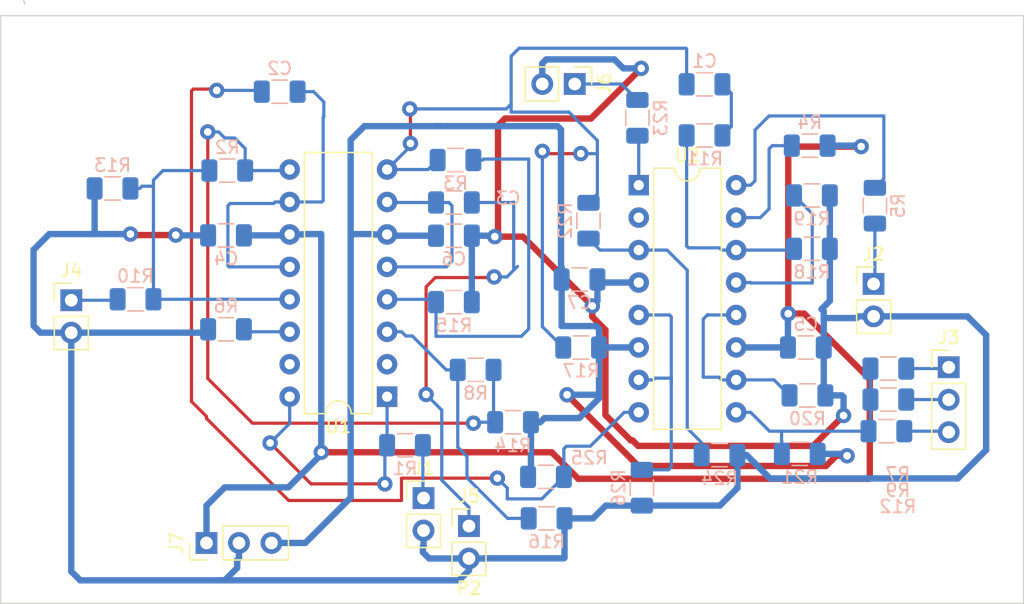
<source format=kicad_pcb>
(kicad_pcb (version 20171130) (host pcbnew "(5.0.2)-1")

  (general
    (thickness 1.6)
    (drawings 5)
    (tracks 399)
    (zones 0)
    (modules 42)
    (nets 35)
  )

  (page A4)
  (layers
    (0 F.Cu signal)
    (31 B.Cu signal)
    (32 B.Adhes user)
    (33 F.Adhes user)
    (34 B.Paste user)
    (35 F.Paste user)
    (36 B.SilkS user)
    (37 F.SilkS user)
    (38 B.Mask user)
    (39 F.Mask user)
    (40 Dwgs.User user)
    (41 Cmts.User user)
    (42 Eco1.User user)
    (43 Eco2.User user)
    (44 Edge.Cuts user)
    (45 Margin user)
    (46 B.CrtYd user)
    (47 F.CrtYd user)
    (48 B.Fab user hide)
    (49 F.Fab user)
  )

  (setup
    (last_trace_width 0.25)
    (trace_clearance 0.5)
    (zone_clearance 0.508)
    (zone_45_only no)
    (trace_min 0.2)
    (segment_width 0.2)
    (edge_width 0.1)
    (via_size 1.2)
    (via_drill 0.6)
    (via_min_size 0.4)
    (via_min_drill 0.3)
    (uvia_size 0.3)
    (uvia_drill 0.1)
    (uvias_allowed no)
    (uvia_min_size 0.2)
    (uvia_min_drill 0.1)
    (pcb_text_width 0.3)
    (pcb_text_size 1.5 1.5)
    (mod_edge_width 0.15)
    (mod_text_size 1 1)
    (mod_text_width 0.15)
    (pad_size 1.5 1.5)
    (pad_drill 0.6)
    (pad_to_mask_clearance 0)
    (solder_mask_min_width 0.25)
    (aux_axis_origin 0 0)
    (visible_elements 7FFFFFFF)
    (pcbplotparams
      (layerselection 0x010fc_ffffffff)
      (usegerberextensions false)
      (usegerberattributes false)
      (usegerberadvancedattributes false)
      (creategerberjobfile false)
      (excludeedgelayer true)
      (linewidth 0.100000)
      (plotframeref false)
      (viasonmask false)
      (mode 1)
      (useauxorigin false)
      (hpglpennumber 1)
      (hpglpenspeed 20)
      (hpglpendiameter 15.000000)
      (psnegative false)
      (psa4output false)
      (plotreference true)
      (plotvalue true)
      (plotinvisibletext false)
      (padsonsilk false)
      (subtractmaskfromsilk false)
      (outputformat 1)
      (mirror false)
      (drillshape 1)
      (scaleselection 1)
      (outputdirectory ""))
  )

  (net 0 "")
  (net 1 "Net-(C1-Pad2)")
  (net 2 "Net-(C1-Pad1)")
  (net 3 "Net-(C2-Pad1)")
  (net 4 "Net-(C2-Pad2)")
  (net 5 "Net-(C3-Pad1)")
  (net 6 "Net-(C3-Pad2)")
  (net 7 GND)
  (net 8 +5V)
  (net 9 -5V)
  (net 10 "Net-(J1-Pad1)")
  (net 11 "Net-(J2-Pad1)")
  (net 12 "Net-(J3-Pad3)")
  (net 13 "Net-(J3-Pad2)")
  (net 14 "Net-(J3-Pad1)")
  (net 15 "Net-(J4-Pad1)")
  (net 16 "Net-(J6-Pad1)")
  (net 17 "Net-(R1-Pad1)")
  (net 18 "Net-(R10-Pad1)")
  (net 19 "Net-(R14-Pad1)")
  (net 20 "Net-(R15-Pad1)")
  (net 21 "Net-(R4-Pad2)")
  (net 22 "Net-(R5-Pad2)")
  (net 23 "Net-(R6-Pad1)")
  (net 24 "Net-(R12-Pad2)")
  (net 25 "Net-(R16-Pad1)")
  (net 26 "Net-(R11-Pad1)")
  (net 27 "Net-(R19-Pad1)")
  (net 28 "Net-(R20-Pad1)")
  (net 29 "Net-(R22-Pad2)")
  (net 30 "Net-(R23-Pad1)")
  (net 31 "Net-(R26-Pad1)")
  (net 32 "Net-(U1-Pad15)")
  (net 33 "Net-(U1-Pad2)")
  (net 34 "Net-(U2-Pad2)")

  (net_class Default "Это класс цепей по умолчанию."
    (clearance 0.5)
    (trace_width 0.25)
    (via_dia 1.2)
    (via_drill 0.6)
    (uvia_dia 0.3)
    (uvia_drill 0.1)
    (add_net "Net-(C1-Pad1)")
    (add_net "Net-(C1-Pad2)")
    (add_net "Net-(C2-Pad1)")
    (add_net "Net-(C2-Pad2)")
    (add_net "Net-(C3-Pad1)")
    (add_net "Net-(C3-Pad2)")
    (add_net "Net-(J1-Pad1)")
    (add_net "Net-(J2-Pad1)")
    (add_net "Net-(J3-Pad1)")
    (add_net "Net-(J3-Pad2)")
    (add_net "Net-(J3-Pad3)")
    (add_net "Net-(J4-Pad1)")
    (add_net "Net-(J6-Pad1)")
    (add_net "Net-(R1-Pad1)")
    (add_net "Net-(R10-Pad1)")
    (add_net "Net-(R11-Pad1)")
    (add_net "Net-(R12-Pad2)")
    (add_net "Net-(R14-Pad1)")
    (add_net "Net-(R15-Pad1)")
    (add_net "Net-(R16-Pad1)")
    (add_net "Net-(R19-Pad1)")
    (add_net "Net-(R20-Pad1)")
    (add_net "Net-(R22-Pad2)")
    (add_net "Net-(R23-Pad1)")
    (add_net "Net-(R26-Pad1)")
    (add_net "Net-(R4-Pad2)")
    (add_net "Net-(R5-Pad2)")
    (add_net "Net-(R6-Pad1)")
    (add_net "Net-(U1-Pad15)")
    (add_net "Net-(U1-Pad2)")
    (add_net "Net-(U2-Pad2)")
  )

  (net_class power ""
    (clearance 0.5)
    (trace_width 0.5)
    (via_dia 1.2)
    (via_drill 0.6)
    (uvia_dia 0.3)
    (uvia_drill 0.1)
    (add_net +5V)
    (add_net -5V)
    (add_net GND)
  )

  (module footprint:C_1206 (layer B.Cu) (tedit 5CA474EB) (tstamp 5CA4CFDD)
    (at 75.05 25.375 180)
    (descr "Capacitor SMD 1206 (3216 Metric), square (rectangular) end terminal, IPC_7351 nominal, (Body size source: http://www.tortai-tech.com/upload/download/2011102023233369053.pdf), generated with kicad-footprint-generator")
    (tags capacitor)
    (path /5CA48E3B)
    (attr smd)
    (fp_text reference C1 (at 0 1.82 180) (layer B.SilkS)
      (effects (font (size 1 1) (thickness 0.15)) (justify mirror))
    )
    (fp_text value 4,7uF (at 0 -1.82 180) (layer B.Fab)
      (effects (font (size 1 1) (thickness 0.15)) (justify mirror))
    )
    (fp_text user %R (at 0 0 180) (layer B.Fab)
      (effects (font (size 0.8 0.8) (thickness 0.12)) (justify mirror))
    )
    (fp_line (start 2.28 -1.12) (end -2.28 -1.12) (layer B.CrtYd) (width 0.05))
    (fp_line (start 2.28 1.12) (end 2.28 -1.12) (layer B.CrtYd) (width 0.05))
    (fp_line (start -2.28 1.12) (end 2.28 1.12) (layer B.CrtYd) (width 0.05))
    (fp_line (start -2.28 -1.12) (end -2.28 1.12) (layer B.CrtYd) (width 0.05))
    (fp_line (start -0.602064 -0.91) (end 0.602064 -0.91) (layer B.SilkS) (width 0.12))
    (fp_line (start -0.602064 0.91) (end 0.602064 0.91) (layer B.SilkS) (width 0.12))
    (fp_line (start 1.6 -0.8) (end -1.6 -0.8) (layer B.Fab) (width 0.1))
    (fp_line (start 1.6 0.8) (end 1.6 -0.8) (layer B.Fab) (width 0.1))
    (fp_line (start -1.6 0.8) (end 1.6 0.8) (layer B.Fab) (width 0.1))
    (fp_line (start -1.6 -0.8) (end -1.6 0.8) (layer B.Fab) (width 0.1))
    (pad 2 smd roundrect (at 1.4 0 180) (size 1.25 1.75) (layers B.Cu B.Paste B.Mask) (roundrect_rratio 0.2)
      (net 1 "Net-(C1-Pad2)"))
    (pad 1 smd roundrect (at -1.4 0 180) (size 1.25 1.75) (layers B.Cu B.Paste B.Mask) (roundrect_rratio 0.2)
      (net 2 "Net-(C1-Pad1)"))
    (model ${KIPRJMOD}/footprint/3d/C_1206_3216Metric.wrl
      (at (xyz 0 0 0))
      (scale (xyz 1 1 1))
      (rotate (xyz 0 0 0))
    )
    (model ${KIPRJMOD}/footprint/3d/C_1206.step
      (at (xyz 0 0 0))
      (scale (xyz 1 1 1))
      (rotate (xyz 0 0 0))
    )
  )

  (module footprint:C_1206 (layer B.Cu) (tedit 5CA474EB) (tstamp 5CA4CFEE)
    (at 41.825 25.95 180)
    (descr "Capacitor SMD 1206 (3216 Metric), square (rectangular) end terminal, IPC_7351 nominal, (Body size source: http://www.tortai-tech.com/upload/download/2011102023233369053.pdf), generated with kicad-footprint-generator")
    (tags capacitor)
    (path /5CA4C524)
    (attr smd)
    (fp_text reference C2 (at 0 1.82 180) (layer B.SilkS)
      (effects (font (size 1 1) (thickness 0.15)) (justify mirror))
    )
    (fp_text value "2000 pF" (at 0 -1.82 180) (layer B.Fab)
      (effects (font (size 1 1) (thickness 0.15)) (justify mirror))
    )
    (fp_line (start -1.6 -0.8) (end -1.6 0.8) (layer B.Fab) (width 0.1))
    (fp_line (start -1.6 0.8) (end 1.6 0.8) (layer B.Fab) (width 0.1))
    (fp_line (start 1.6 0.8) (end 1.6 -0.8) (layer B.Fab) (width 0.1))
    (fp_line (start 1.6 -0.8) (end -1.6 -0.8) (layer B.Fab) (width 0.1))
    (fp_line (start -0.602064 0.91) (end 0.602064 0.91) (layer B.SilkS) (width 0.12))
    (fp_line (start -0.602064 -0.91) (end 0.602064 -0.91) (layer B.SilkS) (width 0.12))
    (fp_line (start -2.28 -1.12) (end -2.28 1.12) (layer B.CrtYd) (width 0.05))
    (fp_line (start -2.28 1.12) (end 2.28 1.12) (layer B.CrtYd) (width 0.05))
    (fp_line (start 2.28 1.12) (end 2.28 -1.12) (layer B.CrtYd) (width 0.05))
    (fp_line (start 2.28 -1.12) (end -2.28 -1.12) (layer B.CrtYd) (width 0.05))
    (fp_text user %R (at 0 0 180) (layer B.Fab)
      (effects (font (size 0.8 0.8) (thickness 0.12)) (justify mirror))
    )
    (pad 1 smd roundrect (at -1.4 0 180) (size 1.25 1.75) (layers B.Cu B.Paste B.Mask) (roundrect_rratio 0.2)
      (net 3 "Net-(C2-Pad1)"))
    (pad 2 smd roundrect (at 1.4 0 180) (size 1.25 1.75) (layers B.Cu B.Paste B.Mask) (roundrect_rratio 0.2)
      (net 4 "Net-(C2-Pad2)"))
    (model ${KIPRJMOD}/footprint/3d/C_1206_3216Metric.wrl
      (at (xyz 0 0 0))
      (scale (xyz 1 1 1))
      (rotate (xyz 0 0 0))
    )
    (model ${KIPRJMOD}/footprint/3d/C_1206.step
      (at (xyz 0 0 0))
      (scale (xyz 1 1 1))
      (rotate (xyz 0 0 0))
    )
  )

  (module footprint:C_1206 (layer B.Cu) (tedit 5CA474EB) (tstamp 5CA4CFFF)
    (at 55.45 34.625)
    (descr "Capacitor SMD 1206 (3216 Metric), square (rectangular) end terminal, IPC_7351 nominal, (Body size source: http://www.tortai-tech.com/upload/download/2011102023233369053.pdf), generated with kicad-footprint-generator")
    (tags capacitor)
    (path /5CA500B3)
    (attr smd)
    (fp_text reference C3 (at 4.24 -0.335) (layer B.SilkS)
      (effects (font (size 1 1) (thickness 0.15)) (justify mirror))
    )
    (fp_text value 2000pF (at 0 -1.82) (layer B.Fab)
      (effects (font (size 1 1) (thickness 0.15)) (justify mirror))
    )
    (fp_line (start -1.6 -0.8) (end -1.6 0.8) (layer B.Fab) (width 0.1))
    (fp_line (start -1.6 0.8) (end 1.6 0.8) (layer B.Fab) (width 0.1))
    (fp_line (start 1.6 0.8) (end 1.6 -0.8) (layer B.Fab) (width 0.1))
    (fp_line (start 1.6 -0.8) (end -1.6 -0.8) (layer B.Fab) (width 0.1))
    (fp_line (start -0.602064 0.91) (end 0.602064 0.91) (layer B.SilkS) (width 0.12))
    (fp_line (start -0.602064 -0.91) (end 0.602064 -0.91) (layer B.SilkS) (width 0.12))
    (fp_line (start -2.28 -1.12) (end -2.28 1.12) (layer B.CrtYd) (width 0.05))
    (fp_line (start -2.28 1.12) (end 2.28 1.12) (layer B.CrtYd) (width 0.05))
    (fp_line (start 2.28 1.12) (end 2.28 -1.12) (layer B.CrtYd) (width 0.05))
    (fp_line (start 2.28 -1.12) (end -2.28 -1.12) (layer B.CrtYd) (width 0.05))
    (fp_text user %R (at 0 0) (layer B.Fab)
      (effects (font (size 0.8 0.8) (thickness 0.12)) (justify mirror))
    )
    (pad 1 smd roundrect (at -1.4 0) (size 1.25 1.75) (layers B.Cu B.Paste B.Mask) (roundrect_rratio 0.2)
      (net 5 "Net-(C3-Pad1)"))
    (pad 2 smd roundrect (at 1.4 0) (size 1.25 1.75) (layers B.Cu B.Paste B.Mask) (roundrect_rratio 0.2)
      (net 6 "Net-(C3-Pad2)"))
    (model ${KIPRJMOD}/footprint/3d/C_1206_3216Metric.wrl
      (at (xyz 0 0 0))
      (scale (xyz 1 1 1))
      (rotate (xyz 0 0 0))
    )
    (model ${KIPRJMOD}/footprint/3d/C_1206.step
      (at (xyz 0 0 0))
      (scale (xyz 1 1 1))
      (rotate (xyz 0 0 0))
    )
  )

  (module footprint:C_1206 (layer B.Cu) (tedit 5CA474EB) (tstamp 5CA4D010)
    (at 37.625 37.2)
    (descr "Capacitor SMD 1206 (3216 Metric), square (rectangular) end terminal, IPC_7351 nominal, (Body size source: http://www.tortai-tech.com/upload/download/2011102023233369053.pdf), generated with kicad-footprint-generator")
    (tags capacitor)
    (path /5CABB500)
    (attr smd)
    (fp_text reference C4 (at 0 1.82) (layer B.SilkS)
      (effects (font (size 1 1) (thickness 0.15)) (justify mirror))
    )
    (fp_text value 0.1uF (at 0 -1.82) (layer B.Fab)
      (effects (font (size 1 1) (thickness 0.15)) (justify mirror))
    )
    (fp_line (start -1.6 -0.8) (end -1.6 0.8) (layer B.Fab) (width 0.1))
    (fp_line (start -1.6 0.8) (end 1.6 0.8) (layer B.Fab) (width 0.1))
    (fp_line (start 1.6 0.8) (end 1.6 -0.8) (layer B.Fab) (width 0.1))
    (fp_line (start 1.6 -0.8) (end -1.6 -0.8) (layer B.Fab) (width 0.1))
    (fp_line (start -0.602064 0.91) (end 0.602064 0.91) (layer B.SilkS) (width 0.12))
    (fp_line (start -0.602064 -0.91) (end 0.602064 -0.91) (layer B.SilkS) (width 0.12))
    (fp_line (start -2.28 -1.12) (end -2.28 1.12) (layer B.CrtYd) (width 0.05))
    (fp_line (start -2.28 1.12) (end 2.28 1.12) (layer B.CrtYd) (width 0.05))
    (fp_line (start 2.28 1.12) (end 2.28 -1.12) (layer B.CrtYd) (width 0.05))
    (fp_line (start 2.28 -1.12) (end -2.28 -1.12) (layer B.CrtYd) (width 0.05))
    (fp_text user %R (at 0 0) (layer B.Fab)
      (effects (font (size 0.8 0.8) (thickness 0.12)) (justify mirror))
    )
    (pad 1 smd roundrect (at -1.4 0) (size 1.25 1.75) (layers B.Cu B.Paste B.Mask) (roundrect_rratio 0.2)
      (net 7 GND))
    (pad 2 smd roundrect (at 1.4 0) (size 1.25 1.75) (layers B.Cu B.Paste B.Mask) (roundrect_rratio 0.2)
      (net 8 +5V))
    (model ${KIPRJMOD}/footprint/3d/C_1206_3216Metric.wrl
      (at (xyz 0 0 0))
      (scale (xyz 1 1 1))
      (rotate (xyz 0 0 0))
    )
    (model ${KIPRJMOD}/footprint/3d/C_1206.step
      (at (xyz 0 0 0))
      (scale (xyz 1 1 1))
      (rotate (xyz 0 0 0))
    )
  )

  (module footprint:C_1206 (layer B.Cu) (tedit 5CA474EB) (tstamp 5CA4D021)
    (at 82.975 45.975 180)
    (descr "Capacitor SMD 1206 (3216 Metric), square (rectangular) end terminal, IPC_7351 nominal, (Body size source: http://www.tortai-tech.com/upload/download/2011102023233369053.pdf), generated with kicad-footprint-generator")
    (tags capacitor)
    (path /5CABB447)
    (attr smd)
    (fp_text reference C5 (at 0 1.82 180) (layer B.SilkS)
      (effects (font (size 1 1) (thickness 0.15)) (justify mirror))
    )
    (fp_text value 0.1uF (at 0 -1.82 180) (layer B.Fab)
      (effects (font (size 1 1) (thickness 0.15)) (justify mirror))
    )
    (fp_text user %R (at 0 0 180) (layer B.Fab)
      (effects (font (size 0.8 0.8) (thickness 0.12)) (justify mirror))
    )
    (fp_line (start 2.28 -1.12) (end -2.28 -1.12) (layer B.CrtYd) (width 0.05))
    (fp_line (start 2.28 1.12) (end 2.28 -1.12) (layer B.CrtYd) (width 0.05))
    (fp_line (start -2.28 1.12) (end 2.28 1.12) (layer B.CrtYd) (width 0.05))
    (fp_line (start -2.28 -1.12) (end -2.28 1.12) (layer B.CrtYd) (width 0.05))
    (fp_line (start -0.602064 -0.91) (end 0.602064 -0.91) (layer B.SilkS) (width 0.12))
    (fp_line (start -0.602064 0.91) (end 0.602064 0.91) (layer B.SilkS) (width 0.12))
    (fp_line (start 1.6 -0.8) (end -1.6 -0.8) (layer B.Fab) (width 0.1))
    (fp_line (start 1.6 0.8) (end 1.6 -0.8) (layer B.Fab) (width 0.1))
    (fp_line (start -1.6 0.8) (end 1.6 0.8) (layer B.Fab) (width 0.1))
    (fp_line (start -1.6 -0.8) (end -1.6 0.8) (layer B.Fab) (width 0.1))
    (pad 2 smd roundrect (at 1.4 0 180) (size 1.25 1.75) (layers B.Cu B.Paste B.Mask) (roundrect_rratio 0.2)
      (net 8 +5V))
    (pad 1 smd roundrect (at -1.4 0 180) (size 1.25 1.75) (layers B.Cu B.Paste B.Mask) (roundrect_rratio 0.2)
      (net 7 GND))
    (model ${KIPRJMOD}/footprint/3d/C_1206_3216Metric.wrl
      (at (xyz 0 0 0))
      (scale (xyz 1 1 1))
      (rotate (xyz 0 0 0))
    )
    (model ${KIPRJMOD}/footprint/3d/C_1206.step
      (at (xyz 0 0 0))
      (scale (xyz 1 1 1))
      (rotate (xyz 0 0 0))
    )
  )

  (module footprint:C_1206 (layer B.Cu) (tedit 5CA474EB) (tstamp 5CA4D032)
    (at 55.45 37.225)
    (descr "Capacitor SMD 1206 (3216 Metric), square (rectangular) end terminal, IPC_7351 nominal, (Body size source: http://www.tortai-tech.com/upload/download/2011102023233369053.pdf), generated with kicad-footprint-generator")
    (tags capacitor)
    (path /5CABB5BE)
    (attr smd)
    (fp_text reference C6 (at 0 1.82) (layer B.SilkS)
      (effects (font (size 1 1) (thickness 0.15)) (justify mirror))
    )
    (fp_text value 0.1uF (at 0 -1.82) (layer B.Fab)
      (effects (font (size 1 1) (thickness 0.15)) (justify mirror))
    )
    (fp_text user %R (at 0 0) (layer B.Fab)
      (effects (font (size 0.8 0.8) (thickness 0.12)) (justify mirror))
    )
    (fp_line (start 2.28 -1.12) (end -2.28 -1.12) (layer B.CrtYd) (width 0.05))
    (fp_line (start 2.28 1.12) (end 2.28 -1.12) (layer B.CrtYd) (width 0.05))
    (fp_line (start -2.28 1.12) (end 2.28 1.12) (layer B.CrtYd) (width 0.05))
    (fp_line (start -2.28 -1.12) (end -2.28 1.12) (layer B.CrtYd) (width 0.05))
    (fp_line (start -0.602064 -0.91) (end 0.602064 -0.91) (layer B.SilkS) (width 0.12))
    (fp_line (start -0.602064 0.91) (end 0.602064 0.91) (layer B.SilkS) (width 0.12))
    (fp_line (start 1.6 -0.8) (end -1.6 -0.8) (layer B.Fab) (width 0.1))
    (fp_line (start 1.6 0.8) (end 1.6 -0.8) (layer B.Fab) (width 0.1))
    (fp_line (start -1.6 0.8) (end 1.6 0.8) (layer B.Fab) (width 0.1))
    (fp_line (start -1.6 -0.8) (end -1.6 0.8) (layer B.Fab) (width 0.1))
    (pad 2 smd roundrect (at 1.4 0) (size 1.25 1.75) (layers B.Cu B.Paste B.Mask) (roundrect_rratio 0.2)
      (net 7 GND))
    (pad 1 smd roundrect (at -1.4 0) (size 1.25 1.75) (layers B.Cu B.Paste B.Mask) (roundrect_rratio 0.2)
      (net 9 -5V))
    (model ${KIPRJMOD}/footprint/3d/C_1206_3216Metric.wrl
      (at (xyz 0 0 0))
      (scale (xyz 1 1 1))
      (rotate (xyz 0 0 0))
    )
    (model ${KIPRJMOD}/footprint/3d/C_1206.step
      (at (xyz 0 0 0))
      (scale (xyz 1 1 1))
      (rotate (xyz 0 0 0))
    )
  )

  (module footprint:C_1206 (layer B.Cu) (tedit 5CA474EB) (tstamp 5CA4D043)
    (at 65.275 40.65)
    (descr "Capacitor SMD 1206 (3216 Metric), square (rectangular) end terminal, IPC_7351 nominal, (Body size source: http://www.tortai-tech.com/upload/download/2011102023233369053.pdf), generated with kicad-footprint-generator")
    (tags capacitor)
    (path /5CABB685)
    (attr smd)
    (fp_text reference C7 (at 0 1.82) (layer B.SilkS)
      (effects (font (size 1 1) (thickness 0.15)) (justify mirror))
    )
    (fp_text value 0.1uF (at 0 -1.82) (layer B.Fab)
      (effects (font (size 1 1) (thickness 0.15)) (justify mirror))
    )
    (fp_line (start -1.6 -0.8) (end -1.6 0.8) (layer B.Fab) (width 0.1))
    (fp_line (start -1.6 0.8) (end 1.6 0.8) (layer B.Fab) (width 0.1))
    (fp_line (start 1.6 0.8) (end 1.6 -0.8) (layer B.Fab) (width 0.1))
    (fp_line (start 1.6 -0.8) (end -1.6 -0.8) (layer B.Fab) (width 0.1))
    (fp_line (start -0.602064 0.91) (end 0.602064 0.91) (layer B.SilkS) (width 0.12))
    (fp_line (start -0.602064 -0.91) (end 0.602064 -0.91) (layer B.SilkS) (width 0.12))
    (fp_line (start -2.28 -1.12) (end -2.28 1.12) (layer B.CrtYd) (width 0.05))
    (fp_line (start -2.28 1.12) (end 2.28 1.12) (layer B.CrtYd) (width 0.05))
    (fp_line (start 2.28 1.12) (end 2.28 -1.12) (layer B.CrtYd) (width 0.05))
    (fp_line (start 2.28 -1.12) (end -2.28 -1.12) (layer B.CrtYd) (width 0.05))
    (fp_text user %R (at 0 0) (layer B.Fab)
      (effects (font (size 0.8 0.8) (thickness 0.12)) (justify mirror))
    )
    (pad 1 smd roundrect (at -1.4 0) (size 1.25 1.75) (layers B.Cu B.Paste B.Mask) (roundrect_rratio 0.2)
      (net 9 -5V))
    (pad 2 smd roundrect (at 1.4 0) (size 1.25 1.75) (layers B.Cu B.Paste B.Mask) (roundrect_rratio 0.2)
      (net 7 GND))
    (model ${KIPRJMOD}/footprint/3d/C_1206_3216Metric.wrl
      (at (xyz 0 0 0))
      (scale (xyz 1 1 1))
      (rotate (xyz 0 0 0))
    )
    (model ${KIPRJMOD}/footprint/3d/C_1206.step
      (at (xyz 0 0 0))
      (scale (xyz 1 1 1))
      (rotate (xyz 0 0 0))
    )
  )

  (module footprint:pin_1x2V (layer F.Cu) (tedit 59FED5CC) (tstamp 5CA4D059)
    (at 53.075 57.76)
    (descr "Through hole straight pin header, 1x02, 2.54mm pitch, single row")
    (tags "Through hole pin header THT 1x02 2.54mm single row")
    (path /5CA8299F)
    (fp_text reference J1 (at 0 -2.33) (layer F.SilkS)
      (effects (font (size 1 1) (thickness 0.15)))
    )
    (fp_text value P3 (at 0 4.87) (layer F.Fab)
      (effects (font (size 1 1) (thickness 0.15)))
    )
    (fp_text user %R (at 0 1.27 90) (layer F.Fab)
      (effects (font (size 1 1) (thickness 0.15)))
    )
    (fp_line (start 1.8 -1.8) (end -1.8 -1.8) (layer F.CrtYd) (width 0.05))
    (fp_line (start 1.8 4.35) (end 1.8 -1.8) (layer F.CrtYd) (width 0.05))
    (fp_line (start -1.8 4.35) (end 1.8 4.35) (layer F.CrtYd) (width 0.05))
    (fp_line (start -1.8 -1.8) (end -1.8 4.35) (layer F.CrtYd) (width 0.05))
    (fp_line (start -1.33 -1.33) (end 0 -1.33) (layer F.SilkS) (width 0.12))
    (fp_line (start -1.33 0) (end -1.33 -1.33) (layer F.SilkS) (width 0.12))
    (fp_line (start -1.33 1.27) (end 1.33 1.27) (layer F.SilkS) (width 0.12))
    (fp_line (start 1.33 1.27) (end 1.33 3.87) (layer F.SilkS) (width 0.12))
    (fp_line (start -1.33 1.27) (end -1.33 3.87) (layer F.SilkS) (width 0.12))
    (fp_line (start -1.33 3.87) (end 1.33 3.87) (layer F.SilkS) (width 0.12))
    (fp_line (start -1.27 -0.635) (end -0.635 -1.27) (layer F.Fab) (width 0.1))
    (fp_line (start -1.27 3.81) (end -1.27 -0.635) (layer F.Fab) (width 0.1))
    (fp_line (start 1.27 3.81) (end -1.27 3.81) (layer F.Fab) (width 0.1))
    (fp_line (start 1.27 -1.27) (end 1.27 3.81) (layer F.Fab) (width 0.1))
    (fp_line (start -0.635 -1.27) (end 1.27 -1.27) (layer F.Fab) (width 0.1))
    (pad 2 thru_hole oval (at 0 2.54) (size 1.7 1.7) (drill 1) (layers *.Cu *.Mask)
      (net 7 GND))
    (pad 1 thru_hole rect (at 0 0) (size 1.7 1.7) (drill 1) (layers *.Cu *.Mask)
      (net 10 "Net-(J1-Pad1)"))
    (model ${KIPRJMOD}/footprint/3d/pin_1x2V.step
      (at (xyz 0 0 0))
      (scale (xyz 1 1 1))
      (rotate (xyz 0 0 0))
    )
  )

  (module footprint:pin_1x2V (layer F.Cu) (tedit 59FED5CC) (tstamp 5CA4DA2C)
    (at 88.275 41)
    (descr "Through hole straight pin header, 1x02, 2.54mm pitch, single row")
    (tags "Through hole pin header THT 1x02 2.54mm single row")
    (path /5CA8D3C6)
    (fp_text reference J2 (at 0 -2.33) (layer F.SilkS)
      (effects (font (size 1 1) (thickness 0.15)))
    )
    (fp_text value P5 (at 0 4.87) (layer F.Fab)
      (effects (font (size 1 1) (thickness 0.15)))
    )
    (fp_text user %R (at 0 1.27 90) (layer F.Fab)
      (effects (font (size 1 1) (thickness 0.15)))
    )
    (fp_line (start 1.8 -1.8) (end -1.8 -1.8) (layer F.CrtYd) (width 0.05))
    (fp_line (start 1.8 4.35) (end 1.8 -1.8) (layer F.CrtYd) (width 0.05))
    (fp_line (start -1.8 4.35) (end 1.8 4.35) (layer F.CrtYd) (width 0.05))
    (fp_line (start -1.8 -1.8) (end -1.8 4.35) (layer F.CrtYd) (width 0.05))
    (fp_line (start -1.33 -1.33) (end 0 -1.33) (layer F.SilkS) (width 0.12))
    (fp_line (start -1.33 0) (end -1.33 -1.33) (layer F.SilkS) (width 0.12))
    (fp_line (start -1.33 1.27) (end 1.33 1.27) (layer F.SilkS) (width 0.12))
    (fp_line (start 1.33 1.27) (end 1.33 3.87) (layer F.SilkS) (width 0.12))
    (fp_line (start -1.33 1.27) (end -1.33 3.87) (layer F.SilkS) (width 0.12))
    (fp_line (start -1.33 3.87) (end 1.33 3.87) (layer F.SilkS) (width 0.12))
    (fp_line (start -1.27 -0.635) (end -0.635 -1.27) (layer F.Fab) (width 0.1))
    (fp_line (start -1.27 3.81) (end -1.27 -0.635) (layer F.Fab) (width 0.1))
    (fp_line (start 1.27 3.81) (end -1.27 3.81) (layer F.Fab) (width 0.1))
    (fp_line (start 1.27 -1.27) (end 1.27 3.81) (layer F.Fab) (width 0.1))
    (fp_line (start -0.635 -1.27) (end 1.27 -1.27) (layer F.Fab) (width 0.1))
    (pad 2 thru_hole oval (at 0 2.54) (size 1.7 1.7) (drill 1) (layers *.Cu *.Mask)
      (net 7 GND))
    (pad 1 thru_hole rect (at 0 0) (size 1.7 1.7) (drill 1) (layers *.Cu *.Mask)
      (net 11 "Net-(J2-Pad1)"))
    (model ${KIPRJMOD}/footprint/3d/pin_1x2V.step
      (at (xyz 0 0 0))
      (scale (xyz 1 1 1))
      (rotate (xyz 0 0 0))
    )
  )

  (module footprint:pin_1x3V (layer F.Cu) (tedit 59FED5CC) (tstamp 5CA4D086)
    (at 94.15 47.525)
    (descr "Through hole straight pin header, 1x03, 2.54mm pitch, single row")
    (tags "Through hole pin header THT 1x03 2.54mm single row")
    (path /5CA92645)
    (fp_text reference J3 (at 0 -2.33) (layer F.SilkS)
      (effects (font (size 1 1) (thickness 0.15)))
    )
    (fp_text value OUT (at 0 7.41) (layer F.Fab)
      (effects (font (size 1 1) (thickness 0.15)))
    )
    (fp_text user %R (at 0 2.54 90) (layer F.Fab)
      (effects (font (size 1 1) (thickness 0.15)))
    )
    (fp_line (start 1.8 -1.8) (end -1.8 -1.8) (layer F.CrtYd) (width 0.05))
    (fp_line (start 1.8 6.85) (end 1.8 -1.8) (layer F.CrtYd) (width 0.05))
    (fp_line (start -1.8 6.85) (end 1.8 6.85) (layer F.CrtYd) (width 0.05))
    (fp_line (start -1.8 -1.8) (end -1.8 6.85) (layer F.CrtYd) (width 0.05))
    (fp_line (start -1.33 -1.33) (end 0 -1.33) (layer F.SilkS) (width 0.12))
    (fp_line (start -1.33 0) (end -1.33 -1.33) (layer F.SilkS) (width 0.12))
    (fp_line (start -1.33 1.27) (end 1.33 1.27) (layer F.SilkS) (width 0.12))
    (fp_line (start 1.33 1.27) (end 1.33 6.41) (layer F.SilkS) (width 0.12))
    (fp_line (start -1.33 1.27) (end -1.33 6.41) (layer F.SilkS) (width 0.12))
    (fp_line (start -1.33 6.41) (end 1.33 6.41) (layer F.SilkS) (width 0.12))
    (fp_line (start -1.27 -0.635) (end -0.635 -1.27) (layer F.Fab) (width 0.1))
    (fp_line (start -1.27 6.35) (end -1.27 -0.635) (layer F.Fab) (width 0.1))
    (fp_line (start 1.27 6.35) (end -1.27 6.35) (layer F.Fab) (width 0.1))
    (fp_line (start 1.27 -1.27) (end 1.27 6.35) (layer F.Fab) (width 0.1))
    (fp_line (start -0.635 -1.27) (end 1.27 -1.27) (layer F.Fab) (width 0.1))
    (pad 3 thru_hole oval (at 0 5.08) (size 1.7 1.7) (drill 1) (layers *.Cu *.Mask)
      (net 12 "Net-(J3-Pad3)"))
    (pad 2 thru_hole oval (at 0 2.54) (size 1.7 1.7) (drill 1) (layers *.Cu *.Mask)
      (net 13 "Net-(J3-Pad2)"))
    (pad 1 thru_hole rect (at 0 0) (size 1.7 1.7) (drill 1) (layers *.Cu *.Mask)
      (net 14 "Net-(J3-Pad1)"))
    (model ${KIPRJMOD}/footprint/3d/pin_1x3V.step
      (at (xyz 0 0 0))
      (scale (xyz 1 1 1))
      (rotate (xyz 0 0 0))
    )
  )

  (module footprint:pin_1x2V (layer F.Cu) (tedit 59FED5CC) (tstamp 5CA4D09C)
    (at 25.525 42.275)
    (descr "Through hole straight pin header, 1x02, 2.54mm pitch, single row")
    (tags "Through hole pin header THT 1x02 2.54mm single row")
    (path /5CA79D07)
    (fp_text reference J4 (at 0 -2.33) (layer F.SilkS)
      (effects (font (size 1 1) (thickness 0.15)))
    )
    (fp_text value IN (at 0 4.87) (layer F.Fab)
      (effects (font (size 1 1) (thickness 0.15)))
    )
    (fp_line (start -0.635 -1.27) (end 1.27 -1.27) (layer F.Fab) (width 0.1))
    (fp_line (start 1.27 -1.27) (end 1.27 3.81) (layer F.Fab) (width 0.1))
    (fp_line (start 1.27 3.81) (end -1.27 3.81) (layer F.Fab) (width 0.1))
    (fp_line (start -1.27 3.81) (end -1.27 -0.635) (layer F.Fab) (width 0.1))
    (fp_line (start -1.27 -0.635) (end -0.635 -1.27) (layer F.Fab) (width 0.1))
    (fp_line (start -1.33 3.87) (end 1.33 3.87) (layer F.SilkS) (width 0.12))
    (fp_line (start -1.33 1.27) (end -1.33 3.87) (layer F.SilkS) (width 0.12))
    (fp_line (start 1.33 1.27) (end 1.33 3.87) (layer F.SilkS) (width 0.12))
    (fp_line (start -1.33 1.27) (end 1.33 1.27) (layer F.SilkS) (width 0.12))
    (fp_line (start -1.33 0) (end -1.33 -1.33) (layer F.SilkS) (width 0.12))
    (fp_line (start -1.33 -1.33) (end 0 -1.33) (layer F.SilkS) (width 0.12))
    (fp_line (start -1.8 -1.8) (end -1.8 4.35) (layer F.CrtYd) (width 0.05))
    (fp_line (start -1.8 4.35) (end 1.8 4.35) (layer F.CrtYd) (width 0.05))
    (fp_line (start 1.8 4.35) (end 1.8 -1.8) (layer F.CrtYd) (width 0.05))
    (fp_line (start 1.8 -1.8) (end -1.8 -1.8) (layer F.CrtYd) (width 0.05))
    (fp_text user %R (at 0 1.27 90) (layer F.Fab)
      (effects (font (size 1 1) (thickness 0.15)))
    )
    (pad 1 thru_hole rect (at 0 0) (size 1.7 1.7) (drill 1) (layers *.Cu *.Mask)
      (net 15 "Net-(J4-Pad1)"))
    (pad 2 thru_hole oval (at 0 2.54) (size 1.7 1.7) (drill 1) (layers *.Cu *.Mask)
      (net 7 GND))
    (model ${KIPRJMOD}/footprint/3d/pin_1x2V.step
      (at (xyz 0 0 0))
      (scale (xyz 1 1 1))
      (rotate (xyz 0 0 0))
    )
  )

  (module footprint:pin_1x2V (layer F.Cu) (tedit 5CA5CC3F) (tstamp 5CA4D0B2)
    (at 56.625 59.95)
    (descr "Through hole straight pin header, 1x02, 2.54mm pitch, single row")
    (tags "Through hole pin header THT 1x02 2.54mm single row")
    (path /5CA87E62)
    (fp_text reference J5 (at 0 -2.33) (layer F.SilkS)
      (effects (font (size 1 1) (thickness 0.15)))
    )
    (fp_text value P2 (at 0 4.87) (layer F.SilkS)
      (effects (font (size 1 1) (thickness 0.15)))
    )
    (fp_line (start -0.635 -1.27) (end 1.27 -1.27) (layer F.Fab) (width 0.1))
    (fp_line (start 1.27 -1.27) (end 1.27 3.81) (layer F.Fab) (width 0.1))
    (fp_line (start 1.27 3.81) (end -1.27 3.81) (layer F.Fab) (width 0.1))
    (fp_line (start -1.27 3.81) (end -1.27 -0.635) (layer F.Fab) (width 0.1))
    (fp_line (start -1.27 -0.635) (end -0.635 -1.27) (layer F.Fab) (width 0.1))
    (fp_line (start -1.33 3.87) (end 1.33 3.87) (layer F.SilkS) (width 0.12))
    (fp_line (start -1.33 1.27) (end -1.33 3.87) (layer F.SilkS) (width 0.12))
    (fp_line (start 1.33 1.27) (end 1.33 3.87) (layer F.SilkS) (width 0.12))
    (fp_line (start -1.33 1.27) (end 1.33 1.27) (layer F.SilkS) (width 0.12))
    (fp_line (start -1.33 0) (end -1.33 -1.33) (layer F.SilkS) (width 0.12))
    (fp_line (start -1.33 -1.33) (end 0 -1.33) (layer F.SilkS) (width 0.12))
    (fp_line (start -1.8 -1.8) (end -1.8 4.35) (layer F.CrtYd) (width 0.05))
    (fp_line (start -1.8 4.35) (end 1.8 4.35) (layer F.CrtYd) (width 0.05))
    (fp_line (start 1.8 4.35) (end 1.8 -1.8) (layer F.CrtYd) (width 0.05))
    (fp_line (start 1.8 -1.8) (end -1.8 -1.8) (layer F.CrtYd) (width 0.05))
    (fp_text user %R (at 0 1.27 90) (layer F.Fab)
      (effects (font (size 1 1) (thickness 0.15)))
    )
    (pad 1 thru_hole rect (at 0 0) (size 1.7 1.7) (drill 1) (layers *.Cu *.Mask)
      (net 6 "Net-(C3-Pad2)"))
    (pad 2 thru_hole oval (at 0 2.54) (size 1.7 1.7) (drill 1) (layers *.Cu *.Mask)
      (net 7 GND))
    (model ${KIPRJMOD}/footprint/3d/pin_1x2V.step
      (at (xyz 0 0 0))
      (scale (xyz 1 1 1))
      (rotate (xyz 0 0 0))
    )
  )

  (module footprint:pin_1x2V (layer F.Cu) (tedit 59FED5CC) (tstamp 5CA4DB17)
    (at 64.9 25.35 270)
    (descr "Through hole straight pin header, 1x02, 2.54mm pitch, single row")
    (tags "Through hole pin header THT 1x02 2.54mm single row")
    (path /5CA9DDE3)
    (fp_text reference J6 (at 0 -2.33 270) (layer F.SilkS)
      (effects (font (size 1 1) (thickness 0.15)))
    )
    (fp_text value P4 (at 0 4.87 270) (layer F.Fab)
      (effects (font (size 1 1) (thickness 0.15)))
    )
    (fp_line (start -0.635 -1.27) (end 1.27 -1.27) (layer F.Fab) (width 0.1))
    (fp_line (start 1.27 -1.27) (end 1.27 3.81) (layer F.Fab) (width 0.1))
    (fp_line (start 1.27 3.81) (end -1.27 3.81) (layer F.Fab) (width 0.1))
    (fp_line (start -1.27 3.81) (end -1.27 -0.635) (layer F.Fab) (width 0.1))
    (fp_line (start -1.27 -0.635) (end -0.635 -1.27) (layer F.Fab) (width 0.1))
    (fp_line (start -1.33 3.87) (end 1.33 3.87) (layer F.SilkS) (width 0.12))
    (fp_line (start -1.33 1.27) (end -1.33 3.87) (layer F.SilkS) (width 0.12))
    (fp_line (start 1.33 1.27) (end 1.33 3.87) (layer F.SilkS) (width 0.12))
    (fp_line (start -1.33 1.27) (end 1.33 1.27) (layer F.SilkS) (width 0.12))
    (fp_line (start -1.33 0) (end -1.33 -1.33) (layer F.SilkS) (width 0.12))
    (fp_line (start -1.33 -1.33) (end 0 -1.33) (layer F.SilkS) (width 0.12))
    (fp_line (start -1.8 -1.8) (end -1.8 4.35) (layer F.CrtYd) (width 0.05))
    (fp_line (start -1.8 4.35) (end 1.8 4.35) (layer F.CrtYd) (width 0.05))
    (fp_line (start 1.8 4.35) (end 1.8 -1.8) (layer F.CrtYd) (width 0.05))
    (fp_line (start 1.8 -1.8) (end -1.8 -1.8) (layer F.CrtYd) (width 0.05))
    (fp_text user %R (at 0 1.27) (layer F.Fab)
      (effects (font (size 1 1) (thickness 0.15)))
    )
    (pad 1 thru_hole rect (at 0 0 270) (size 1.7 1.7) (drill 1) (layers *.Cu *.Mask)
      (net 16 "Net-(J6-Pad1)"))
    (pad 2 thru_hole oval (at 0 2.54 270) (size 1.7 1.7) (drill 1) (layers *.Cu *.Mask)
      (net 7 GND))
    (model ${KIPRJMOD}/footprint/3d/pin_1x2V.step
      (at (xyz 0 0 0))
      (scale (xyz 1 1 1))
      (rotate (xyz 0 0 0))
    )
  )

  (module footprint:pin_1x3V (layer F.Cu) (tedit 59FED5CC) (tstamp 5CA4D0DF)
    (at 36.1 61.275 90)
    (descr "Through hole straight pin header, 1x03, 2.54mm pitch, single row")
    (tags "Through hole pin header THT 1x03 2.54mm single row")
    (path /5CAAD5DD)
    (fp_text reference J7 (at 0 -2.33 90) (layer F.SilkS)
      (effects (font (size 1 1) (thickness 0.15)))
    )
    (fp_text value POWER (at 0 7.41 90) (layer F.Fab)
      (effects (font (size 1 1) (thickness 0.15)))
    )
    (fp_line (start -0.635 -1.27) (end 1.27 -1.27) (layer F.Fab) (width 0.1))
    (fp_line (start 1.27 -1.27) (end 1.27 6.35) (layer F.Fab) (width 0.1))
    (fp_line (start 1.27 6.35) (end -1.27 6.35) (layer F.Fab) (width 0.1))
    (fp_line (start -1.27 6.35) (end -1.27 -0.635) (layer F.Fab) (width 0.1))
    (fp_line (start -1.27 -0.635) (end -0.635 -1.27) (layer F.Fab) (width 0.1))
    (fp_line (start -1.33 6.41) (end 1.33 6.41) (layer F.SilkS) (width 0.12))
    (fp_line (start -1.33 1.27) (end -1.33 6.41) (layer F.SilkS) (width 0.12))
    (fp_line (start 1.33 1.27) (end 1.33 6.41) (layer F.SilkS) (width 0.12))
    (fp_line (start -1.33 1.27) (end 1.33 1.27) (layer F.SilkS) (width 0.12))
    (fp_line (start -1.33 0) (end -1.33 -1.33) (layer F.SilkS) (width 0.12))
    (fp_line (start -1.33 -1.33) (end 0 -1.33) (layer F.SilkS) (width 0.12))
    (fp_line (start -1.8 -1.8) (end -1.8 6.85) (layer F.CrtYd) (width 0.05))
    (fp_line (start -1.8 6.85) (end 1.8 6.85) (layer F.CrtYd) (width 0.05))
    (fp_line (start 1.8 6.85) (end 1.8 -1.8) (layer F.CrtYd) (width 0.05))
    (fp_line (start 1.8 -1.8) (end -1.8 -1.8) (layer F.CrtYd) (width 0.05))
    (fp_text user %R (at 0 2.54 180) (layer F.Fab)
      (effects (font (size 1 1) (thickness 0.15)))
    )
    (pad 1 thru_hole rect (at 0 0 90) (size 1.7 1.7) (drill 1) (layers *.Cu *.Mask)
      (net 8 +5V))
    (pad 2 thru_hole oval (at 0 2.54 90) (size 1.7 1.7) (drill 1) (layers *.Cu *.Mask)
      (net 7 GND))
    (pad 3 thru_hole oval (at 0 5.08 90) (size 1.7 1.7) (drill 1) (layers *.Cu *.Mask)
      (net 9 -5V))
    (model ${KIPRJMOD}/footprint/3d/pin_1x3V.step
      (at (xyz 0 0 0))
      (scale (xyz 1 1 1))
      (rotate (xyz 0 0 0))
    )
  )

  (module footprint:R_1206 (layer B.Cu) (tedit 5B301BBD) (tstamp 5CA4D0F0)
    (at 51.625 53.625)
    (descr "Resistor SMD 1206 (3216 Metric), square (rectangular) end terminal, IPC_7351 nominal, (Body size source: http://www.tortai-tech.com/upload/download/2011102023233369053.pdf), generated with kicad-footprint-generator")
    (tags resistor)
    (path /5CA521B1)
    (attr smd)
    (fp_text reference R1 (at 0 1.82) (layer B.SilkS)
      (effects (font (size 1 1) (thickness 0.15)) (justify mirror))
    )
    (fp_text value 10K (at 0 -1.82) (layer B.Fab)
      (effects (font (size 1 1) (thickness 0.15)) (justify mirror))
    )
    (fp_text user %R (at 0 0) (layer B.Fab)
      (effects (font (size 0.8 0.8) (thickness 0.12)) (justify mirror))
    )
    (fp_line (start 2.28 -1.12) (end -2.28 -1.12) (layer B.CrtYd) (width 0.05))
    (fp_line (start 2.28 1.12) (end 2.28 -1.12) (layer B.CrtYd) (width 0.05))
    (fp_line (start -2.28 1.12) (end 2.28 1.12) (layer B.CrtYd) (width 0.05))
    (fp_line (start -2.28 -1.12) (end -2.28 1.12) (layer B.CrtYd) (width 0.05))
    (fp_line (start -0.602064 -0.91) (end 0.602064 -0.91) (layer B.SilkS) (width 0.12))
    (fp_line (start -0.602064 0.91) (end 0.602064 0.91) (layer B.SilkS) (width 0.12))
    (fp_line (start 1.6 -0.8) (end -1.6 -0.8) (layer B.Fab) (width 0.1))
    (fp_line (start 1.6 0.8) (end 1.6 -0.8) (layer B.Fab) (width 0.1))
    (fp_line (start -1.6 0.8) (end 1.6 0.8) (layer B.Fab) (width 0.1))
    (fp_line (start -1.6 -0.8) (end -1.6 0.8) (layer B.Fab) (width 0.1))
    (pad 2 smd roundrect (at 1.4 0) (size 1.25 1.75) (layers B.Cu B.Paste B.Mask) (roundrect_rratio 0.2)
      (net 10 "Net-(J1-Pad1)"))
    (pad 1 smd roundrect (at -1.4 0) (size 1.25 1.75) (layers B.Cu B.Paste B.Mask) (roundrect_rratio 0.2)
      (net 17 "Net-(R1-Pad1)"))
    (model ${KIPRJMOD}/footprint/3d/R_1206.step
      (at (xyz 0 0 0))
      (scale (xyz 1 1 1))
      (rotate (xyz 0 0 0))
    )
  )

  (module footprint:R_1206 (layer B.Cu) (tedit 5B301BBD) (tstamp 5CA4D101)
    (at 37.725 32.125 180)
    (descr "Resistor SMD 1206 (3216 Metric), square (rectangular) end terminal, IPC_7351 nominal, (Body size source: http://www.tortai-tech.com/upload/download/2011102023233369053.pdf), generated with kicad-footprint-generator")
    (tags resistor)
    (path /5CA46574)
    (attr smd)
    (fp_text reference R2 (at 0 1.82 180) (layer B.SilkS)
      (effects (font (size 1 1) (thickness 0.15)) (justify mirror))
    )
    (fp_text value 10K (at 0 -1.82 180) (layer B.Fab)
      (effects (font (size 1 1) (thickness 0.15)) (justify mirror))
    )
    (fp_text user %R (at 0 0 180) (layer B.Fab)
      (effects (font (size 0.8 0.8) (thickness 0.12)) (justify mirror))
    )
    (fp_line (start 2.28 -1.12) (end -2.28 -1.12) (layer B.CrtYd) (width 0.05))
    (fp_line (start 2.28 1.12) (end 2.28 -1.12) (layer B.CrtYd) (width 0.05))
    (fp_line (start -2.28 1.12) (end 2.28 1.12) (layer B.CrtYd) (width 0.05))
    (fp_line (start -2.28 -1.12) (end -2.28 1.12) (layer B.CrtYd) (width 0.05))
    (fp_line (start -0.602064 -0.91) (end 0.602064 -0.91) (layer B.SilkS) (width 0.12))
    (fp_line (start -0.602064 0.91) (end 0.602064 0.91) (layer B.SilkS) (width 0.12))
    (fp_line (start 1.6 -0.8) (end -1.6 -0.8) (layer B.Fab) (width 0.1))
    (fp_line (start 1.6 0.8) (end 1.6 -0.8) (layer B.Fab) (width 0.1))
    (fp_line (start -1.6 0.8) (end 1.6 0.8) (layer B.Fab) (width 0.1))
    (fp_line (start -1.6 -0.8) (end -1.6 0.8) (layer B.Fab) (width 0.1))
    (pad 2 smd roundrect (at 1.4 0 180) (size 1.25 1.75) (layers B.Cu B.Paste B.Mask) (roundrect_rratio 0.2)
      (net 18 "Net-(R10-Pad1)"))
    (pad 1 smd roundrect (at -1.4 0 180) (size 1.25 1.75) (layers B.Cu B.Paste B.Mask) (roundrect_rratio 0.2)
      (net 19 "Net-(R14-Pad1)"))
    (model ${KIPRJMOD}/footprint/3d/R_1206.step
      (at (xyz 0 0 0))
      (scale (xyz 1 1 1))
      (rotate (xyz 0 0 0))
    )
  )

  (module footprint:R_1206 (layer B.Cu) (tedit 5B301BBD) (tstamp 5CA4D112)
    (at 55.575 31.3)
    (descr "Resistor SMD 1206 (3216 Metric), square (rectangular) end terminal, IPC_7351 nominal, (Body size source: http://www.tortai-tech.com/upload/download/2011102023233369053.pdf), generated with kicad-footprint-generator")
    (tags resistor)
    (path /5CA47872)
    (attr smd)
    (fp_text reference R3 (at 0 1.82) (layer B.SilkS)
      (effects (font (size 1 1) (thickness 0.15)) (justify mirror))
    )
    (fp_text value 10K (at 0 -1.82) (layer B.Fab)
      (effects (font (size 1 1) (thickness 0.15)) (justify mirror))
    )
    (fp_text user %R (at 0 0) (layer B.Fab)
      (effects (font (size 0.8 0.8) (thickness 0.12)) (justify mirror))
    )
    (fp_line (start 2.28 -1.12) (end -2.28 -1.12) (layer B.CrtYd) (width 0.05))
    (fp_line (start 2.28 1.12) (end 2.28 -1.12) (layer B.CrtYd) (width 0.05))
    (fp_line (start -2.28 1.12) (end 2.28 1.12) (layer B.CrtYd) (width 0.05))
    (fp_line (start -2.28 -1.12) (end -2.28 1.12) (layer B.CrtYd) (width 0.05))
    (fp_line (start -0.602064 -0.91) (end 0.602064 -0.91) (layer B.SilkS) (width 0.12))
    (fp_line (start -0.602064 0.91) (end 0.602064 0.91) (layer B.SilkS) (width 0.12))
    (fp_line (start 1.6 -0.8) (end -1.6 -0.8) (layer B.Fab) (width 0.1))
    (fp_line (start 1.6 0.8) (end 1.6 -0.8) (layer B.Fab) (width 0.1))
    (fp_line (start -1.6 0.8) (end 1.6 0.8) (layer B.Fab) (width 0.1))
    (fp_line (start -1.6 -0.8) (end -1.6 0.8) (layer B.Fab) (width 0.1))
    (pad 2 smd roundrect (at 1.4 0) (size 1.25 1.75) (layers B.Cu B.Paste B.Mask) (roundrect_rratio 0.2)
      (net 20 "Net-(R15-Pad1)"))
    (pad 1 smd roundrect (at -1.4 0) (size 1.25 1.75) (layers B.Cu B.Paste B.Mask) (roundrect_rratio 0.2)
      (net 1 "Net-(C1-Pad2)"))
    (model ${KIPRJMOD}/footprint/3d/R_1206.step
      (at (xyz 0 0 0))
      (scale (xyz 1 1 1))
      (rotate (xyz 0 0 0))
    )
  )

  (module footprint:R_1206 (layer B.Cu) (tedit 5B301BBD) (tstamp 5CA4D123)
    (at 83.275 30.175 180)
    (descr "Resistor SMD 1206 (3216 Metric), square (rectangular) end terminal, IPC_7351 nominal, (Body size source: http://www.tortai-tech.com/upload/download/2011102023233369053.pdf), generated with kicad-footprint-generator")
    (tags resistor)
    (path /5CA4A0BC)
    (attr smd)
    (fp_text reference R4 (at 0 1.82 180) (layer B.SilkS)
      (effects (font (size 1 1) (thickness 0.15)) (justify mirror))
    )
    (fp_text value 10K (at 0 -1.82 180) (layer B.Fab)
      (effects (font (size 1 1) (thickness 0.15)) (justify mirror))
    )
    (fp_text user %R (at 0 0 180) (layer B.Fab)
      (effects (font (size 0.8 0.8) (thickness 0.12)) (justify mirror))
    )
    (fp_line (start 2.28 -1.12) (end -2.28 -1.12) (layer B.CrtYd) (width 0.05))
    (fp_line (start 2.28 1.12) (end 2.28 -1.12) (layer B.CrtYd) (width 0.05))
    (fp_line (start -2.28 1.12) (end 2.28 1.12) (layer B.CrtYd) (width 0.05))
    (fp_line (start -2.28 -1.12) (end -2.28 1.12) (layer B.CrtYd) (width 0.05))
    (fp_line (start -0.602064 -0.91) (end 0.602064 -0.91) (layer B.SilkS) (width 0.12))
    (fp_line (start -0.602064 0.91) (end 0.602064 0.91) (layer B.SilkS) (width 0.12))
    (fp_line (start 1.6 -0.8) (end -1.6 -0.8) (layer B.Fab) (width 0.1))
    (fp_line (start 1.6 0.8) (end 1.6 -0.8) (layer B.Fab) (width 0.1))
    (fp_line (start -1.6 0.8) (end 1.6 0.8) (layer B.Fab) (width 0.1))
    (fp_line (start -1.6 -0.8) (end -1.6 0.8) (layer B.Fab) (width 0.1))
    (pad 2 smd roundrect (at 1.4 0 180) (size 1.25 1.75) (layers B.Cu B.Paste B.Mask) (roundrect_rratio 0.2)
      (net 21 "Net-(R4-Pad2)"))
    (pad 1 smd roundrect (at -1.4 0 180) (size 1.25 1.75) (layers B.Cu B.Paste B.Mask) (roundrect_rratio 0.2)
      (net 8 +5V))
    (model ${KIPRJMOD}/footprint/3d/R_1206.step
      (at (xyz 0 0 0))
      (scale (xyz 1 1 1))
      (rotate (xyz 0 0 0))
    )
  )

  (module footprint:R_1206 (layer B.Cu) (tedit 5B301BBD) (tstamp 5CA4D134)
    (at 88.375 34.875 90)
    (descr "Resistor SMD 1206 (3216 Metric), square (rectangular) end terminal, IPC_7351 nominal, (Body size source: http://www.tortai-tech.com/upload/download/2011102023233369053.pdf), generated with kicad-footprint-generator")
    (tags resistor)
    (path /5CA4B5F9)
    (attr smd)
    (fp_text reference R5 (at 0 1.82 90) (layer B.SilkS)
      (effects (font (size 1 1) (thickness 0.15)) (justify mirror))
    )
    (fp_text value 10K (at 0 -1.82 90) (layer B.Fab)
      (effects (font (size 1 1) (thickness 0.15)) (justify mirror))
    )
    (fp_text user %R (at 0 0 90) (layer B.Fab)
      (effects (font (size 0.8 0.8) (thickness 0.12)) (justify mirror))
    )
    (fp_line (start 2.28 -1.12) (end -2.28 -1.12) (layer B.CrtYd) (width 0.05))
    (fp_line (start 2.28 1.12) (end 2.28 -1.12) (layer B.CrtYd) (width 0.05))
    (fp_line (start -2.28 1.12) (end 2.28 1.12) (layer B.CrtYd) (width 0.05))
    (fp_line (start -2.28 -1.12) (end -2.28 1.12) (layer B.CrtYd) (width 0.05))
    (fp_line (start -0.602064 -0.91) (end 0.602064 -0.91) (layer B.SilkS) (width 0.12))
    (fp_line (start -0.602064 0.91) (end 0.602064 0.91) (layer B.SilkS) (width 0.12))
    (fp_line (start 1.6 -0.8) (end -1.6 -0.8) (layer B.Fab) (width 0.1))
    (fp_line (start 1.6 0.8) (end 1.6 -0.8) (layer B.Fab) (width 0.1))
    (fp_line (start -1.6 0.8) (end 1.6 0.8) (layer B.Fab) (width 0.1))
    (fp_line (start -1.6 -0.8) (end -1.6 0.8) (layer B.Fab) (width 0.1))
    (pad 2 smd roundrect (at 1.4 0 90) (size 1.25 1.75) (layers B.Cu B.Paste B.Mask) (roundrect_rratio 0.2)
      (net 22 "Net-(R5-Pad2)"))
    (pad 1 smd roundrect (at -1.4 0 90) (size 1.25 1.75) (layers B.Cu B.Paste B.Mask) (roundrect_rratio 0.2)
      (net 11 "Net-(J2-Pad1)"))
    (model ${KIPRJMOD}/footprint/3d/R_1206.step
      (at (xyz 0 0 0))
      (scale (xyz 1 1 1))
      (rotate (xyz 0 0 0))
    )
  )

  (module footprint:R_1206 (layer B.Cu) (tedit 5B301BBD) (tstamp 5CA4D145)
    (at 37.625 44.55 180)
    (descr "Resistor SMD 1206 (3216 Metric), square (rectangular) end terminal, IPC_7351 nominal, (Body size source: http://www.tortai-tech.com/upload/download/2011102023233369053.pdf), generated with kicad-footprint-generator")
    (tags resistor)
    (path /5CA46419)
    (attr smd)
    (fp_text reference R6 (at 0 1.82 180) (layer B.SilkS)
      (effects (font (size 1 1) (thickness 0.15)) (justify mirror))
    )
    (fp_text value 220R (at 0 -1.82 180) (layer B.Fab)
      (effects (font (size 1 1) (thickness 0.15)) (justify mirror))
    )
    (fp_text user %R (at 0 0 180) (layer B.Fab)
      (effects (font (size 0.8 0.8) (thickness 0.12)) (justify mirror))
    )
    (fp_line (start 2.28 -1.12) (end -2.28 -1.12) (layer B.CrtYd) (width 0.05))
    (fp_line (start 2.28 1.12) (end 2.28 -1.12) (layer B.CrtYd) (width 0.05))
    (fp_line (start -2.28 1.12) (end 2.28 1.12) (layer B.CrtYd) (width 0.05))
    (fp_line (start -2.28 -1.12) (end -2.28 1.12) (layer B.CrtYd) (width 0.05))
    (fp_line (start -0.602064 -0.91) (end 0.602064 -0.91) (layer B.SilkS) (width 0.12))
    (fp_line (start -0.602064 0.91) (end 0.602064 0.91) (layer B.SilkS) (width 0.12))
    (fp_line (start 1.6 -0.8) (end -1.6 -0.8) (layer B.Fab) (width 0.1))
    (fp_line (start 1.6 0.8) (end 1.6 -0.8) (layer B.Fab) (width 0.1))
    (fp_line (start -1.6 0.8) (end 1.6 0.8) (layer B.Fab) (width 0.1))
    (fp_line (start -1.6 -0.8) (end -1.6 0.8) (layer B.Fab) (width 0.1))
    (pad 2 smd roundrect (at 1.4 0 180) (size 1.25 1.75) (layers B.Cu B.Paste B.Mask) (roundrect_rratio 0.2)
      (net 7 GND))
    (pad 1 smd roundrect (at -1.4 0 180) (size 1.25 1.75) (layers B.Cu B.Paste B.Mask) (roundrect_rratio 0.2)
      (net 23 "Net-(R6-Pad1)"))
    (model ${KIPRJMOD}/footprint/3d/R_1206.step
      (at (xyz 0 0 0))
      (scale (xyz 1 1 1))
      (rotate (xyz 0 0 0))
    )
  )

  (module footprint:R_1206 (layer B.Cu) (tedit 5B301BBD) (tstamp 5CA4D156)
    (at 89.425 47.625 180)
    (descr "Resistor SMD 1206 (3216 Metric), square (rectangular) end terminal, IPC_7351 nominal, (Body size source: http://www.tortai-tech.com/upload/download/2011102023233369053.pdf), generated with kicad-footprint-generator")
    (tags resistor)
    (path /5CA4B700)
    (attr smd)
    (fp_text reference R7 (at -0.745 -8.255 180) (layer B.SilkS)
      (effects (font (size 1 1) (thickness 0.15)) (justify mirror))
    )
    (fp_text value 220R (at 0 -1.82 180) (layer B.Fab)
      (effects (font (size 1 1) (thickness 0.15)) (justify mirror))
    )
    (fp_text user %R (at 0 0 180) (layer B.Fab)
      (effects (font (size 0.8 0.8) (thickness 0.12)) (justify mirror))
    )
    (fp_line (start 2.28 -1.12) (end -2.28 -1.12) (layer B.CrtYd) (width 0.05))
    (fp_line (start 2.28 1.12) (end 2.28 -1.12) (layer B.CrtYd) (width 0.05))
    (fp_line (start -2.28 1.12) (end 2.28 1.12) (layer B.CrtYd) (width 0.05))
    (fp_line (start -2.28 -1.12) (end -2.28 1.12) (layer B.CrtYd) (width 0.05))
    (fp_line (start -0.602064 -0.91) (end 0.602064 -0.91) (layer B.SilkS) (width 0.12))
    (fp_line (start -0.602064 0.91) (end 0.602064 0.91) (layer B.SilkS) (width 0.12))
    (fp_line (start 1.6 -0.8) (end -1.6 -0.8) (layer B.Fab) (width 0.1))
    (fp_line (start 1.6 0.8) (end 1.6 -0.8) (layer B.Fab) (width 0.1))
    (fp_line (start -1.6 0.8) (end 1.6 0.8) (layer B.Fab) (width 0.1))
    (fp_line (start -1.6 -0.8) (end -1.6 0.8) (layer B.Fab) (width 0.1))
    (pad 2 smd roundrect (at 1.4 0 180) (size 1.25 1.75) (layers B.Cu B.Paste B.Mask) (roundrect_rratio 0.2)
      (net 24 "Net-(R12-Pad2)"))
    (pad 1 smd roundrect (at -1.4 0 180) (size 1.25 1.75) (layers B.Cu B.Paste B.Mask) (roundrect_rratio 0.2)
      (net 14 "Net-(J3-Pad1)"))
    (model ${KIPRJMOD}/footprint/3d/R_1206.step
      (at (xyz 0 0 0))
      (scale (xyz 1 1 1))
      (rotate (xyz 0 0 0))
    )
  )

  (module footprint:R_1206 (layer B.Cu) (tedit 5B301BBD) (tstamp 5CA4D167)
    (at 57.15 47.725)
    (descr "Resistor SMD 1206 (3216 Metric), square (rectangular) end terminal, IPC_7351 nominal, (Body size source: http://www.tortai-tech.com/upload/download/2011102023233369053.pdf), generated with kicad-footprint-generator")
    (tags resistor)
    (path /5CA46EFA)
    (attr smd)
    (fp_text reference R8 (at 0 1.82) (layer B.SilkS)
      (effects (font (size 1 1) (thickness 0.15)) (justify mirror))
    )
    (fp_text value 10K (at 0 -1.82) (layer B.Fab)
      (effects (font (size 1 1) (thickness 0.15)) (justify mirror))
    )
    (fp_line (start -1.6 -0.8) (end -1.6 0.8) (layer B.Fab) (width 0.1))
    (fp_line (start -1.6 0.8) (end 1.6 0.8) (layer B.Fab) (width 0.1))
    (fp_line (start 1.6 0.8) (end 1.6 -0.8) (layer B.Fab) (width 0.1))
    (fp_line (start 1.6 -0.8) (end -1.6 -0.8) (layer B.Fab) (width 0.1))
    (fp_line (start -0.602064 0.91) (end 0.602064 0.91) (layer B.SilkS) (width 0.12))
    (fp_line (start -0.602064 -0.91) (end 0.602064 -0.91) (layer B.SilkS) (width 0.12))
    (fp_line (start -2.28 -1.12) (end -2.28 1.12) (layer B.CrtYd) (width 0.05))
    (fp_line (start -2.28 1.12) (end 2.28 1.12) (layer B.CrtYd) (width 0.05))
    (fp_line (start 2.28 1.12) (end 2.28 -1.12) (layer B.CrtYd) (width 0.05))
    (fp_line (start 2.28 -1.12) (end -2.28 -1.12) (layer B.CrtYd) (width 0.05))
    (fp_text user %R (at 0 0) (layer B.Fab)
      (effects (font (size 0.8 0.8) (thickness 0.12)) (justify mirror))
    )
    (pad 1 smd roundrect (at -1.4 0) (size 1.25 1.75) (layers B.Cu B.Paste B.Mask) (roundrect_rratio 0.2)
      (net 25 "Net-(R16-Pad1)"))
    (pad 2 smd roundrect (at 1.4 0) (size 1.25 1.75) (layers B.Cu B.Paste B.Mask) (roundrect_rratio 0.2)
      (net 19 "Net-(R14-Pad1)"))
    (model ${KIPRJMOD}/footprint/3d/R_1206.step
      (at (xyz 0 0 0))
      (scale (xyz 1 1 1))
      (rotate (xyz 0 0 0))
    )
  )

  (module footprint:R_1206 (layer B.Cu) (tedit 5B301BBD) (tstamp 5CA4D178)
    (at 89.425 50.05 180)
    (descr "Resistor SMD 1206 (3216 Metric), square (rectangular) end terminal, IPC_7351 nominal, (Body size source: http://www.tortai-tech.com/upload/download/2011102023233369053.pdf), generated with kicad-footprint-generator")
    (tags resistor)
    (path /5CA4B79D)
    (attr smd)
    (fp_text reference R9 (at -0.745 -7.1 180) (layer B.SilkS)
      (effects (font (size 1 1) (thickness 0.15)) (justify mirror))
    )
    (fp_text value 220R (at 0 -1.82 180) (layer B.Fab)
      (effects (font (size 1 1) (thickness 0.15)) (justify mirror))
    )
    (fp_line (start -1.6 -0.8) (end -1.6 0.8) (layer B.Fab) (width 0.1))
    (fp_line (start -1.6 0.8) (end 1.6 0.8) (layer B.Fab) (width 0.1))
    (fp_line (start 1.6 0.8) (end 1.6 -0.8) (layer B.Fab) (width 0.1))
    (fp_line (start 1.6 -0.8) (end -1.6 -0.8) (layer B.Fab) (width 0.1))
    (fp_line (start -0.602064 0.91) (end 0.602064 0.91) (layer B.SilkS) (width 0.12))
    (fp_line (start -0.602064 -0.91) (end 0.602064 -0.91) (layer B.SilkS) (width 0.12))
    (fp_line (start -2.28 -1.12) (end -2.28 1.12) (layer B.CrtYd) (width 0.05))
    (fp_line (start -2.28 1.12) (end 2.28 1.12) (layer B.CrtYd) (width 0.05))
    (fp_line (start 2.28 1.12) (end 2.28 -1.12) (layer B.CrtYd) (width 0.05))
    (fp_line (start 2.28 -1.12) (end -2.28 -1.12) (layer B.CrtYd) (width 0.05))
    (fp_text user %R (at 0 0 180) (layer B.Fab)
      (effects (font (size 0.8 0.8) (thickness 0.12)) (justify mirror))
    )
    (pad 1 smd roundrect (at -1.4 0 180) (size 1.25 1.75) (layers B.Cu B.Paste B.Mask) (roundrect_rratio 0.2)
      (net 13 "Net-(J3-Pad2)"))
    (pad 2 smd roundrect (at 1.4 0 180) (size 1.25 1.75) (layers B.Cu B.Paste B.Mask) (roundrect_rratio 0.2)
      (net 24 "Net-(R12-Pad2)"))
    (model ${KIPRJMOD}/footprint/3d/R_1206.step
      (at (xyz 0 0 0))
      (scale (xyz 1 1 1))
      (rotate (xyz 0 0 0))
    )
  )

  (module footprint:R_1206 (layer B.Cu) (tedit 5B301BBD) (tstamp 5CA4D189)
    (at 30.55 42.2 180)
    (descr "Resistor SMD 1206 (3216 Metric), square (rectangular) end terminal, IPC_7351 nominal, (Body size source: http://www.tortai-tech.com/upload/download/2011102023233369053.pdf), generated with kicad-footprint-generator")
    (tags resistor)
    (path /5CA46522)
    (attr smd)
    (fp_text reference R10 (at 0 1.82 180) (layer B.SilkS)
      (effects (font (size 1 1) (thickness 0.15)) (justify mirror))
    )
    (fp_text value 10K (at 0 -1.82 180) (layer B.Fab)
      (effects (font (size 1 1) (thickness 0.15)) (justify mirror))
    )
    (fp_line (start -1.6 -0.8) (end -1.6 0.8) (layer B.Fab) (width 0.1))
    (fp_line (start -1.6 0.8) (end 1.6 0.8) (layer B.Fab) (width 0.1))
    (fp_line (start 1.6 0.8) (end 1.6 -0.8) (layer B.Fab) (width 0.1))
    (fp_line (start 1.6 -0.8) (end -1.6 -0.8) (layer B.Fab) (width 0.1))
    (fp_line (start -0.602064 0.91) (end 0.602064 0.91) (layer B.SilkS) (width 0.12))
    (fp_line (start -0.602064 -0.91) (end 0.602064 -0.91) (layer B.SilkS) (width 0.12))
    (fp_line (start -2.28 -1.12) (end -2.28 1.12) (layer B.CrtYd) (width 0.05))
    (fp_line (start -2.28 1.12) (end 2.28 1.12) (layer B.CrtYd) (width 0.05))
    (fp_line (start 2.28 1.12) (end 2.28 -1.12) (layer B.CrtYd) (width 0.05))
    (fp_line (start 2.28 -1.12) (end -2.28 -1.12) (layer B.CrtYd) (width 0.05))
    (fp_text user %R (at 0 0 180) (layer B.Fab)
      (effects (font (size 0.8 0.8) (thickness 0.12)) (justify mirror))
    )
    (pad 1 smd roundrect (at -1.4 0 180) (size 1.25 1.75) (layers B.Cu B.Paste B.Mask) (roundrect_rratio 0.2)
      (net 18 "Net-(R10-Pad1)"))
    (pad 2 smd roundrect (at 1.4 0 180) (size 1.25 1.75) (layers B.Cu B.Paste B.Mask) (roundrect_rratio 0.2)
      (net 15 "Net-(J4-Pad1)"))
    (model ${KIPRJMOD}/footprint/3d/R_1206.step
      (at (xyz 0 0 0))
      (scale (xyz 1 1 1))
      (rotate (xyz 0 0 0))
    )
  )

  (module footprint:R_1206 (layer B.Cu) (tedit 5B301BBD) (tstamp 5CA4D19A)
    (at 75.05 29.375)
    (descr "Resistor SMD 1206 (3216 Metric), square (rectangular) end terminal, IPC_7351 nominal, (Body size source: http://www.tortai-tech.com/upload/download/2011102023233369053.pdf), generated with kicad-footprint-generator")
    (tags resistor)
    (path /5CA47E77)
    (attr smd)
    (fp_text reference R11 (at 0 1.82) (layer B.SilkS)
      (effects (font (size 1 1) (thickness 0.15)) (justify mirror))
    )
    (fp_text value 10K (at 0 -1.82) (layer B.Fab)
      (effects (font (size 1 1) (thickness 0.15)) (justify mirror))
    )
    (fp_text user %R (at 0 0) (layer B.Fab)
      (effects (font (size 0.8 0.8) (thickness 0.12)) (justify mirror))
    )
    (fp_line (start 2.28 -1.12) (end -2.28 -1.12) (layer B.CrtYd) (width 0.05))
    (fp_line (start 2.28 1.12) (end 2.28 -1.12) (layer B.CrtYd) (width 0.05))
    (fp_line (start -2.28 1.12) (end 2.28 1.12) (layer B.CrtYd) (width 0.05))
    (fp_line (start -2.28 -1.12) (end -2.28 1.12) (layer B.CrtYd) (width 0.05))
    (fp_line (start -0.602064 -0.91) (end 0.602064 -0.91) (layer B.SilkS) (width 0.12))
    (fp_line (start -0.602064 0.91) (end 0.602064 0.91) (layer B.SilkS) (width 0.12))
    (fp_line (start 1.6 -0.8) (end -1.6 -0.8) (layer B.Fab) (width 0.1))
    (fp_line (start 1.6 0.8) (end 1.6 -0.8) (layer B.Fab) (width 0.1))
    (fp_line (start -1.6 0.8) (end 1.6 0.8) (layer B.Fab) (width 0.1))
    (fp_line (start -1.6 -0.8) (end -1.6 0.8) (layer B.Fab) (width 0.1))
    (pad 2 smd roundrect (at 1.4 0) (size 1.25 1.75) (layers B.Cu B.Paste B.Mask) (roundrect_rratio 0.2)
      (net 2 "Net-(C1-Pad1)"))
    (pad 1 smd roundrect (at -1.4 0) (size 1.25 1.75) (layers B.Cu B.Paste B.Mask) (roundrect_rratio 0.2)
      (net 26 "Net-(R11-Pad1)"))
    (model ${KIPRJMOD}/footprint/3d/R_1206.step
      (at (xyz 0 0 0))
      (scale (xyz 1 1 1))
      (rotate (xyz 0 0 0))
    )
  )

  (module footprint:R_1206 (layer B.Cu) (tedit 5B301BBD) (tstamp 5CA4D1AB)
    (at 89.275 52.525 180)
    (descr "Resistor SMD 1206 (3216 Metric), square (rectangular) end terminal, IPC_7351 nominal, (Body size source: http://www.tortai-tech.com/upload/download/2011102023233369053.pdf), generated with kicad-footprint-generator")
    (tags resistor)
    (path /5CA4B83E)
    (attr smd)
    (fp_text reference R12 (at -0.895 -5.895 180) (layer B.SilkS)
      (effects (font (size 1 1) (thickness 0.15)) (justify mirror))
    )
    (fp_text value 220R (at 0 -1.82 180) (layer B.Fab)
      (effects (font (size 1 1) (thickness 0.15)) (justify mirror))
    )
    (fp_text user %R (at 0 0 180) (layer B.Fab)
      (effects (font (size 0.8 0.8) (thickness 0.12)) (justify mirror))
    )
    (fp_line (start 2.28 -1.12) (end -2.28 -1.12) (layer B.CrtYd) (width 0.05))
    (fp_line (start 2.28 1.12) (end 2.28 -1.12) (layer B.CrtYd) (width 0.05))
    (fp_line (start -2.28 1.12) (end 2.28 1.12) (layer B.CrtYd) (width 0.05))
    (fp_line (start -2.28 -1.12) (end -2.28 1.12) (layer B.CrtYd) (width 0.05))
    (fp_line (start -0.602064 -0.91) (end 0.602064 -0.91) (layer B.SilkS) (width 0.12))
    (fp_line (start -0.602064 0.91) (end 0.602064 0.91) (layer B.SilkS) (width 0.12))
    (fp_line (start 1.6 -0.8) (end -1.6 -0.8) (layer B.Fab) (width 0.1))
    (fp_line (start 1.6 0.8) (end 1.6 -0.8) (layer B.Fab) (width 0.1))
    (fp_line (start -1.6 0.8) (end 1.6 0.8) (layer B.Fab) (width 0.1))
    (fp_line (start -1.6 -0.8) (end -1.6 0.8) (layer B.Fab) (width 0.1))
    (pad 2 smd roundrect (at 1.4 0 180) (size 1.25 1.75) (layers B.Cu B.Paste B.Mask) (roundrect_rratio 0.2)
      (net 24 "Net-(R12-Pad2)"))
    (pad 1 smd roundrect (at -1.4 0 180) (size 1.25 1.75) (layers B.Cu B.Paste B.Mask) (roundrect_rratio 0.2)
      (net 12 "Net-(J3-Pad3)"))
    (model ${KIPRJMOD}/footprint/3d/R_1206.step
      (at (xyz 0 0 0))
      (scale (xyz 1 1 1))
      (rotate (xyz 0 0 0))
    )
  )

  (module footprint:R_1206 (layer B.Cu) (tedit 5B301BBD) (tstamp 5CA4D1BC)
    (at 28.75 33.525 180)
    (descr "Resistor SMD 1206 (3216 Metric), square (rectangular) end terminal, IPC_7351 nominal, (Body size source: http://www.tortai-tech.com/upload/download/2011102023233369053.pdf), generated with kicad-footprint-generator")
    (tags resistor)
    (path /5CA464B7)
    (attr smd)
    (fp_text reference R13 (at 0 1.82 180) (layer B.SilkS)
      (effects (font (size 1 1) (thickness 0.15)) (justify mirror))
    )
    (fp_text value 220R (at 0 -1.82 180) (layer B.Fab)
      (effects (font (size 1 1) (thickness 0.15)) (justify mirror))
    )
    (fp_line (start -1.6 -0.8) (end -1.6 0.8) (layer B.Fab) (width 0.1))
    (fp_line (start -1.6 0.8) (end 1.6 0.8) (layer B.Fab) (width 0.1))
    (fp_line (start 1.6 0.8) (end 1.6 -0.8) (layer B.Fab) (width 0.1))
    (fp_line (start 1.6 -0.8) (end -1.6 -0.8) (layer B.Fab) (width 0.1))
    (fp_line (start -0.602064 0.91) (end 0.602064 0.91) (layer B.SilkS) (width 0.12))
    (fp_line (start -0.602064 -0.91) (end 0.602064 -0.91) (layer B.SilkS) (width 0.12))
    (fp_line (start -2.28 -1.12) (end -2.28 1.12) (layer B.CrtYd) (width 0.05))
    (fp_line (start -2.28 1.12) (end 2.28 1.12) (layer B.CrtYd) (width 0.05))
    (fp_line (start 2.28 1.12) (end 2.28 -1.12) (layer B.CrtYd) (width 0.05))
    (fp_line (start 2.28 -1.12) (end -2.28 -1.12) (layer B.CrtYd) (width 0.05))
    (fp_text user %R (at 0 0 180) (layer B.Fab)
      (effects (font (size 0.8 0.8) (thickness 0.12)) (justify mirror))
    )
    (pad 1 smd roundrect (at -1.4 0 180) (size 1.25 1.75) (layers B.Cu B.Paste B.Mask) (roundrect_rratio 0.2)
      (net 18 "Net-(R10-Pad1)"))
    (pad 2 smd roundrect (at 1.4 0 180) (size 1.25 1.75) (layers B.Cu B.Paste B.Mask) (roundrect_rratio 0.2)
      (net 7 GND))
    (model ${KIPRJMOD}/footprint/3d/R_1206.step
      (at (xyz 0 0 0))
      (scale (xyz 1 1 1))
      (rotate (xyz 0 0 0))
    )
  )

  (module footprint:R_1206 (layer B.Cu) (tedit 5B301BBD) (tstamp 5CA4D1CD)
    (at 60.075 51.825)
    (descr "Resistor SMD 1206 (3216 Metric), square (rectangular) end terminal, IPC_7351 nominal, (Body size source: http://www.tortai-tech.com/upload/download/2011102023233369053.pdf), generated with kicad-footprint-generator")
    (tags resistor)
    (path /5CA46F52)
    (attr smd)
    (fp_text reference R14 (at 0 1.82) (layer B.SilkS)
      (effects (font (size 1 1) (thickness 0.15)) (justify mirror))
    )
    (fp_text value 10K (at 0 -1.82) (layer B.Fab)
      (effects (font (size 1 1) (thickness 0.15)) (justify mirror))
    )
    (fp_line (start -1.6 -0.8) (end -1.6 0.8) (layer B.Fab) (width 0.1))
    (fp_line (start -1.6 0.8) (end 1.6 0.8) (layer B.Fab) (width 0.1))
    (fp_line (start 1.6 0.8) (end 1.6 -0.8) (layer B.Fab) (width 0.1))
    (fp_line (start 1.6 -0.8) (end -1.6 -0.8) (layer B.Fab) (width 0.1))
    (fp_line (start -0.602064 0.91) (end 0.602064 0.91) (layer B.SilkS) (width 0.12))
    (fp_line (start -0.602064 -0.91) (end 0.602064 -0.91) (layer B.SilkS) (width 0.12))
    (fp_line (start -2.28 -1.12) (end -2.28 1.12) (layer B.CrtYd) (width 0.05))
    (fp_line (start -2.28 1.12) (end 2.28 1.12) (layer B.CrtYd) (width 0.05))
    (fp_line (start 2.28 1.12) (end 2.28 -1.12) (layer B.CrtYd) (width 0.05))
    (fp_line (start 2.28 -1.12) (end -2.28 -1.12) (layer B.CrtYd) (width 0.05))
    (fp_text user %R (at 0 0) (layer B.Fab)
      (effects (font (size 0.8 0.8) (thickness 0.12)) (justify mirror))
    )
    (pad 1 smd roundrect (at -1.4 0) (size 1.25 1.75) (layers B.Cu B.Paste B.Mask) (roundrect_rratio 0.2)
      (net 19 "Net-(R14-Pad1)"))
    (pad 2 smd roundrect (at 1.4 0) (size 1.25 1.75) (layers B.Cu B.Paste B.Mask) (roundrect_rratio 0.2)
      (net 9 -5V))
    (model ${KIPRJMOD}/footprint/3d/R_1206.step
      (at (xyz 0 0 0))
      (scale (xyz 1 1 1))
      (rotate (xyz 0 0 0))
    )
  )

  (module footprint:R_1206 (layer B.Cu) (tedit 5B301BBD) (tstamp 5CA4D1DE)
    (at 55.45 42.425)
    (descr "Resistor SMD 1206 (3216 Metric), square (rectangular) end terminal, IPC_7351 nominal, (Body size source: http://www.tortai-tech.com/upload/download/2011102023233369053.pdf), generated with kicad-footprint-generator")
    (tags resistor)
    (path /5CA4769D)
    (attr smd)
    (fp_text reference R15 (at 0 1.82) (layer B.SilkS)
      (effects (font (size 1 1) (thickness 0.15)) (justify mirror))
    )
    (fp_text value 220R (at 0 -1.82) (layer B.Fab)
      (effects (font (size 1 1) (thickness 0.15)) (justify mirror))
    )
    (fp_line (start -1.6 -0.8) (end -1.6 0.8) (layer B.Fab) (width 0.1))
    (fp_line (start -1.6 0.8) (end 1.6 0.8) (layer B.Fab) (width 0.1))
    (fp_line (start 1.6 0.8) (end 1.6 -0.8) (layer B.Fab) (width 0.1))
    (fp_line (start 1.6 -0.8) (end -1.6 -0.8) (layer B.Fab) (width 0.1))
    (fp_line (start -0.602064 0.91) (end 0.602064 0.91) (layer B.SilkS) (width 0.12))
    (fp_line (start -0.602064 -0.91) (end 0.602064 -0.91) (layer B.SilkS) (width 0.12))
    (fp_line (start -2.28 -1.12) (end -2.28 1.12) (layer B.CrtYd) (width 0.05))
    (fp_line (start -2.28 1.12) (end 2.28 1.12) (layer B.CrtYd) (width 0.05))
    (fp_line (start 2.28 1.12) (end 2.28 -1.12) (layer B.CrtYd) (width 0.05))
    (fp_line (start 2.28 -1.12) (end -2.28 -1.12) (layer B.CrtYd) (width 0.05))
    (fp_text user %R (at 0 0) (layer B.Fab)
      (effects (font (size 0.8 0.8) (thickness 0.12)) (justify mirror))
    )
    (pad 1 smd roundrect (at -1.4 0) (size 1.25 1.75) (layers B.Cu B.Paste B.Mask) (roundrect_rratio 0.2)
      (net 20 "Net-(R15-Pad1)"))
    (pad 2 smd roundrect (at 1.4 0) (size 1.25 1.75) (layers B.Cu B.Paste B.Mask) (roundrect_rratio 0.2)
      (net 7 GND))
    (model ${KIPRJMOD}/footprint/3d/R_1206.step
      (at (xyz 0 0 0))
      (scale (xyz 1 1 1))
      (rotate (xyz 0 0 0))
    )
  )

  (module footprint:R_1206 (layer B.Cu) (tedit 5B301BBD) (tstamp 5CA4D1EF)
    (at 62.7 59.35)
    (descr "Resistor SMD 1206 (3216 Metric), square (rectangular) end terminal, IPC_7351 nominal, (Body size source: http://www.tortai-tech.com/upload/download/2011102023233369053.pdf), generated with kicad-footprint-generator")
    (tags resistor)
    (path /5CA46FAD)
    (attr smd)
    (fp_text reference R16 (at 0 1.82) (layer B.SilkS)
      (effects (font (size 1 1) (thickness 0.15)) (justify mirror))
    )
    (fp_text value 220R (at 0 -1.82) (layer B.Fab)
      (effects (font (size 1 1) (thickness 0.15)) (justify mirror))
    )
    (fp_text user %R (at 0 0) (layer B.Fab)
      (effects (font (size 0.8 0.8) (thickness 0.12)) (justify mirror))
    )
    (fp_line (start 2.28 -1.12) (end -2.28 -1.12) (layer B.CrtYd) (width 0.05))
    (fp_line (start 2.28 1.12) (end 2.28 -1.12) (layer B.CrtYd) (width 0.05))
    (fp_line (start -2.28 1.12) (end 2.28 1.12) (layer B.CrtYd) (width 0.05))
    (fp_line (start -2.28 -1.12) (end -2.28 1.12) (layer B.CrtYd) (width 0.05))
    (fp_line (start -0.602064 -0.91) (end 0.602064 -0.91) (layer B.SilkS) (width 0.12))
    (fp_line (start -0.602064 0.91) (end 0.602064 0.91) (layer B.SilkS) (width 0.12))
    (fp_line (start 1.6 -0.8) (end -1.6 -0.8) (layer B.Fab) (width 0.1))
    (fp_line (start 1.6 0.8) (end 1.6 -0.8) (layer B.Fab) (width 0.1))
    (fp_line (start -1.6 0.8) (end 1.6 0.8) (layer B.Fab) (width 0.1))
    (fp_line (start -1.6 -0.8) (end -1.6 0.8) (layer B.Fab) (width 0.1))
    (pad 2 smd roundrect (at 1.4 0) (size 1.25 1.75) (layers B.Cu B.Paste B.Mask) (roundrect_rratio 0.2)
      (net 7 GND))
    (pad 1 smd roundrect (at -1.4 0) (size 1.25 1.75) (layers B.Cu B.Paste B.Mask) (roundrect_rratio 0.2)
      (net 25 "Net-(R16-Pad1)"))
    (model ${KIPRJMOD}/footprint/3d/R_1206.step
      (at (xyz 0 0 0))
      (scale (xyz 1 1 1))
      (rotate (xyz 0 0 0))
    )
  )

  (module footprint:R_1206 (layer B.Cu) (tedit 5B301BBD) (tstamp 5CA4D200)
    (at 65.4 45.975)
    (descr "Resistor SMD 1206 (3216 Metric), square (rectangular) end terminal, IPC_7351 nominal, (Body size source: http://www.tortai-tech.com/upload/download/2011102023233369053.pdf), generated with kicad-footprint-generator")
    (tags resistor)
    (path /5CA5BAB5)
    (attr smd)
    (fp_text reference R17 (at 0 1.82) (layer B.SilkS)
      (effects (font (size 1 1) (thickness 0.15)) (justify mirror))
    )
    (fp_text value 1OK (at 0 -1.82) (layer B.Fab)
      (effects (font (size 1 1) (thickness 0.15)) (justify mirror))
    )
    (fp_line (start -1.6 -0.8) (end -1.6 0.8) (layer B.Fab) (width 0.1))
    (fp_line (start -1.6 0.8) (end 1.6 0.8) (layer B.Fab) (width 0.1))
    (fp_line (start 1.6 0.8) (end 1.6 -0.8) (layer B.Fab) (width 0.1))
    (fp_line (start 1.6 -0.8) (end -1.6 -0.8) (layer B.Fab) (width 0.1))
    (fp_line (start -0.602064 0.91) (end 0.602064 0.91) (layer B.SilkS) (width 0.12))
    (fp_line (start -0.602064 -0.91) (end 0.602064 -0.91) (layer B.SilkS) (width 0.12))
    (fp_line (start -2.28 -1.12) (end -2.28 1.12) (layer B.CrtYd) (width 0.05))
    (fp_line (start -2.28 1.12) (end 2.28 1.12) (layer B.CrtYd) (width 0.05))
    (fp_line (start 2.28 1.12) (end 2.28 -1.12) (layer B.CrtYd) (width 0.05))
    (fp_line (start 2.28 -1.12) (end -2.28 -1.12) (layer B.CrtYd) (width 0.05))
    (fp_text user %R (at 0 0) (layer B.Fab)
      (effects (font (size 0.8 0.8) (thickness 0.12)) (justify mirror))
    )
    (pad 1 smd roundrect (at -1.4 0) (size 1.25 1.75) (layers B.Cu B.Paste B.Mask) (roundrect_rratio 0.2)
      (net 1 "Net-(C1-Pad2)"))
    (pad 2 smd roundrect (at 1.4 0) (size 1.25 1.75) (layers B.Cu B.Paste B.Mask) (roundrect_rratio 0.2)
      (net 9 -5V))
    (model ${KIPRJMOD}/footprint/3d/R_1206.step
      (at (xyz 0 0 0))
      (scale (xyz 1 1 1))
      (rotate (xyz 0 0 0))
    )
  )

  (module footprint:R_1206 (layer B.Cu) (tedit 5B301BBD) (tstamp 5CA4D211)
    (at 83.45 38.25)
    (descr "Resistor SMD 1206 (3216 Metric), square (rectangular) end terminal, IPC_7351 nominal, (Body size source: http://www.tortai-tech.com/upload/download/2011102023233369053.pdf), generated with kicad-footprint-generator")
    (tags resistor)
    (path /5CA47E04)
    (attr smd)
    (fp_text reference R18 (at 0 1.82) (layer B.SilkS)
      (effects (font (size 1 1) (thickness 0.15)) (justify mirror))
    )
    (fp_text value 220R (at 0 -1.82) (layer B.Fab)
      (effects (font (size 1 1) (thickness 0.15)) (justify mirror))
    )
    (fp_line (start -1.6 -0.8) (end -1.6 0.8) (layer B.Fab) (width 0.1))
    (fp_line (start -1.6 0.8) (end 1.6 0.8) (layer B.Fab) (width 0.1))
    (fp_line (start 1.6 0.8) (end 1.6 -0.8) (layer B.Fab) (width 0.1))
    (fp_line (start 1.6 -0.8) (end -1.6 -0.8) (layer B.Fab) (width 0.1))
    (fp_line (start -0.602064 0.91) (end 0.602064 0.91) (layer B.SilkS) (width 0.12))
    (fp_line (start -0.602064 -0.91) (end 0.602064 -0.91) (layer B.SilkS) (width 0.12))
    (fp_line (start -2.28 -1.12) (end -2.28 1.12) (layer B.CrtYd) (width 0.05))
    (fp_line (start -2.28 1.12) (end 2.28 1.12) (layer B.CrtYd) (width 0.05))
    (fp_line (start 2.28 1.12) (end 2.28 -1.12) (layer B.CrtYd) (width 0.05))
    (fp_line (start 2.28 -1.12) (end -2.28 -1.12) (layer B.CrtYd) (width 0.05))
    (fp_text user %R (at 0 0) (layer B.Fab)
      (effects (font (size 0.8 0.8) (thickness 0.12)) (justify mirror))
    )
    (pad 1 smd roundrect (at -1.4 0) (size 1.25 1.75) (layers B.Cu B.Paste B.Mask) (roundrect_rratio 0.2)
      (net 26 "Net-(R11-Pad1)"))
    (pad 2 smd roundrect (at 1.4 0) (size 1.25 1.75) (layers B.Cu B.Paste B.Mask) (roundrect_rratio 0.2)
      (net 7 GND))
    (model ${KIPRJMOD}/footprint/3d/R_1206.step
      (at (xyz 0 0 0))
      (scale (xyz 1 1 1))
      (rotate (xyz 0 0 0))
    )
  )

  (module footprint:R_1206 (layer B.Cu) (tedit 5B301BBD) (tstamp 5CA4D222)
    (at 83.45 34.075)
    (descr "Resistor SMD 1206 (3216 Metric), square (rectangular) end terminal, IPC_7351 nominal, (Body size source: http://www.tortai-tech.com/upload/download/2011102023233369053.pdf), generated with kicad-footprint-generator")
    (tags resistor)
    (path /5CA4A156)
    (attr smd)
    (fp_text reference R19 (at 0 1.82) (layer B.SilkS)
      (effects (font (size 1 1) (thickness 0.15)) (justify mirror))
    )
    (fp_text value 220R (at 0 -1.82) (layer B.Fab)
      (effects (font (size 1 1) (thickness 0.15)) (justify mirror))
    )
    (fp_line (start -1.6 -0.8) (end -1.6 0.8) (layer B.Fab) (width 0.1))
    (fp_line (start -1.6 0.8) (end 1.6 0.8) (layer B.Fab) (width 0.1))
    (fp_line (start 1.6 0.8) (end 1.6 -0.8) (layer B.Fab) (width 0.1))
    (fp_line (start 1.6 -0.8) (end -1.6 -0.8) (layer B.Fab) (width 0.1))
    (fp_line (start -0.602064 0.91) (end 0.602064 0.91) (layer B.SilkS) (width 0.12))
    (fp_line (start -0.602064 -0.91) (end 0.602064 -0.91) (layer B.SilkS) (width 0.12))
    (fp_line (start -2.28 -1.12) (end -2.28 1.12) (layer B.CrtYd) (width 0.05))
    (fp_line (start -2.28 1.12) (end 2.28 1.12) (layer B.CrtYd) (width 0.05))
    (fp_line (start 2.28 1.12) (end 2.28 -1.12) (layer B.CrtYd) (width 0.05))
    (fp_line (start 2.28 -1.12) (end -2.28 -1.12) (layer B.CrtYd) (width 0.05))
    (fp_text user %R (at 0 0) (layer B.Fab)
      (effects (font (size 0.8 0.8) (thickness 0.12)) (justify mirror))
    )
    (pad 1 smd roundrect (at -1.4 0) (size 1.25 1.75) (layers B.Cu B.Paste B.Mask) (roundrect_rratio 0.2)
      (net 27 "Net-(R19-Pad1)"))
    (pad 2 smd roundrect (at 1.4 0) (size 1.25 1.75) (layers B.Cu B.Paste B.Mask) (roundrect_rratio 0.2)
      (net 7 GND))
    (model ${KIPRJMOD}/footprint/3d/R_1206.step
      (at (xyz 0 0 0))
      (scale (xyz 1 1 1))
      (rotate (xyz 0 0 0))
    )
  )

  (module footprint:R_1206 (layer B.Cu) (tedit 5B301BBD) (tstamp 5CA4D233)
    (at 83.1 49.725)
    (descr "Resistor SMD 1206 (3216 Metric), square (rectangular) end terminal, IPC_7351 nominal, (Body size source: http://www.tortai-tech.com/upload/download/2011102023233369053.pdf), generated with kicad-footprint-generator")
    (tags resistor)
    (path /5CA4B685)
    (attr smd)
    (fp_text reference R20 (at 0 1.82) (layer B.SilkS)
      (effects (font (size 1 1) (thickness 0.15)) (justify mirror))
    )
    (fp_text value 10K (at 0 -1.82) (layer B.Fab)
      (effects (font (size 1 1) (thickness 0.15)) (justify mirror))
    )
    (fp_line (start -1.6 -0.8) (end -1.6 0.8) (layer B.Fab) (width 0.1))
    (fp_line (start -1.6 0.8) (end 1.6 0.8) (layer B.Fab) (width 0.1))
    (fp_line (start 1.6 0.8) (end 1.6 -0.8) (layer B.Fab) (width 0.1))
    (fp_line (start 1.6 -0.8) (end -1.6 -0.8) (layer B.Fab) (width 0.1))
    (fp_line (start -0.602064 0.91) (end 0.602064 0.91) (layer B.SilkS) (width 0.12))
    (fp_line (start -0.602064 -0.91) (end 0.602064 -0.91) (layer B.SilkS) (width 0.12))
    (fp_line (start -2.28 -1.12) (end -2.28 1.12) (layer B.CrtYd) (width 0.05))
    (fp_line (start -2.28 1.12) (end 2.28 1.12) (layer B.CrtYd) (width 0.05))
    (fp_line (start 2.28 1.12) (end 2.28 -1.12) (layer B.CrtYd) (width 0.05))
    (fp_line (start 2.28 -1.12) (end -2.28 -1.12) (layer B.CrtYd) (width 0.05))
    (fp_text user %R (at 0 0) (layer B.Fab)
      (effects (font (size 0.8 0.8) (thickness 0.12)) (justify mirror))
    )
    (pad 1 smd roundrect (at -1.4 0) (size 1.25 1.75) (layers B.Cu B.Paste B.Mask) (roundrect_rratio 0.2)
      (net 28 "Net-(R20-Pad1)"))
    (pad 2 smd roundrect (at 1.4 0) (size 1.25 1.75) (layers B.Cu B.Paste B.Mask) (roundrect_rratio 0.2)
      (net 7 GND))
    (model ${KIPRJMOD}/footprint/3d/R_1206.step
      (at (xyz 0 0 0))
      (scale (xyz 1 1 1))
      (rotate (xyz 0 0 0))
    )
  )

  (module footprint:R_1206 (layer B.Cu) (tedit 5B301BBD) (tstamp 5CA4D244)
    (at 82.5 54.3)
    (descr "Resistor SMD 1206 (3216 Metric), square (rectangular) end terminal, IPC_7351 nominal, (Body size source: http://www.tortai-tech.com/upload/download/2011102023233369053.pdf), generated with kicad-footprint-generator")
    (tags resistor)
    (path /5CA6262D)
    (attr smd)
    (fp_text reference R21 (at 0 1.82) (layer B.SilkS)
      (effects (font (size 1 1) (thickness 0.15)) (justify mirror))
    )
    (fp_text value 10K (at 0 -1.82) (layer B.Fab)
      (effects (font (size 1 1) (thickness 0.15)) (justify mirror))
    )
    (fp_text user %R (at 0 0) (layer B.Fab)
      (effects (font (size 0.8 0.8) (thickness 0.12)) (justify mirror))
    )
    (fp_line (start 2.28 -1.12) (end -2.28 -1.12) (layer B.CrtYd) (width 0.05))
    (fp_line (start 2.28 1.12) (end 2.28 -1.12) (layer B.CrtYd) (width 0.05))
    (fp_line (start -2.28 1.12) (end 2.28 1.12) (layer B.CrtYd) (width 0.05))
    (fp_line (start -2.28 -1.12) (end -2.28 1.12) (layer B.CrtYd) (width 0.05))
    (fp_line (start -0.602064 -0.91) (end 0.602064 -0.91) (layer B.SilkS) (width 0.12))
    (fp_line (start -0.602064 0.91) (end 0.602064 0.91) (layer B.SilkS) (width 0.12))
    (fp_line (start 1.6 -0.8) (end -1.6 -0.8) (layer B.Fab) (width 0.1))
    (fp_line (start 1.6 0.8) (end 1.6 -0.8) (layer B.Fab) (width 0.1))
    (fp_line (start -1.6 0.8) (end 1.6 0.8) (layer B.Fab) (width 0.1))
    (fp_line (start -1.6 -0.8) (end -1.6 0.8) (layer B.Fab) (width 0.1))
    (pad 2 smd roundrect (at 1.4 0) (size 1.25 1.75) (layers B.Cu B.Paste B.Mask) (roundrect_rratio 0.2)
      (net 9 -5V))
    (pad 1 smd roundrect (at -1.4 0) (size 1.25 1.75) (layers B.Cu B.Paste B.Mask) (roundrect_rratio 0.2)
      (net 24 "Net-(R12-Pad2)"))
    (model ${KIPRJMOD}/footprint/3d/R_1206.step
      (at (xyz 0 0 0))
      (scale (xyz 1 1 1))
      (rotate (xyz 0 0 0))
    )
  )

  (module footprint:R_1206 (layer B.Cu) (tedit 5B301BBD) (tstamp 5CA4D255)
    (at 65.975 36.05 270)
    (descr "Resistor SMD 1206 (3216 Metric), square (rectangular) end terminal, IPC_7351 nominal, (Body size source: http://www.tortai-tech.com/upload/download/2011102023233369053.pdf), generated with kicad-footprint-generator")
    (tags resistor)
    (path /5CA57DB0)
    (attr smd)
    (fp_text reference R22 (at 0 1.82 270) (layer B.SilkS)
      (effects (font (size 1 1) (thickness 0.15)) (justify mirror))
    )
    (fp_text value 10K (at 0 -1.82 270) (layer B.Fab)
      (effects (font (size 1 1) (thickness 0.15)) (justify mirror))
    )
    (fp_line (start -1.6 -0.8) (end -1.6 0.8) (layer B.Fab) (width 0.1))
    (fp_line (start -1.6 0.8) (end 1.6 0.8) (layer B.Fab) (width 0.1))
    (fp_line (start 1.6 0.8) (end 1.6 -0.8) (layer B.Fab) (width 0.1))
    (fp_line (start 1.6 -0.8) (end -1.6 -0.8) (layer B.Fab) (width 0.1))
    (fp_line (start -0.602064 0.91) (end 0.602064 0.91) (layer B.SilkS) (width 0.12))
    (fp_line (start -0.602064 -0.91) (end 0.602064 -0.91) (layer B.SilkS) (width 0.12))
    (fp_line (start -2.28 -1.12) (end -2.28 1.12) (layer B.CrtYd) (width 0.05))
    (fp_line (start -2.28 1.12) (end 2.28 1.12) (layer B.CrtYd) (width 0.05))
    (fp_line (start 2.28 1.12) (end 2.28 -1.12) (layer B.CrtYd) (width 0.05))
    (fp_line (start 2.28 -1.12) (end -2.28 -1.12) (layer B.CrtYd) (width 0.05))
    (fp_text user %R (at 0 0 270) (layer B.Fab)
      (effects (font (size 0.8 0.8) (thickness 0.12)) (justify mirror))
    )
    (pad 1 smd roundrect (at -1.4 0 270) (size 1.25 1.75) (layers B.Cu B.Paste B.Mask) (roundrect_rratio 0.2)
      (net 1 "Net-(C1-Pad2)"))
    (pad 2 smd roundrect (at 1.4 0 270) (size 1.25 1.75) (layers B.Cu B.Paste B.Mask) (roundrect_rratio 0.2)
      (net 29 "Net-(R22-Pad2)"))
    (model ${KIPRJMOD}/footprint/3d/R_1206.step
      (at (xyz 0 0 0))
      (scale (xyz 1 1 1))
      (rotate (xyz 0 0 0))
    )
  )

  (module footprint:R_1206 (layer B.Cu) (tedit 5B301BBD) (tstamp 5CA4D266)
    (at 69.8 28 90)
    (descr "Resistor SMD 1206 (3216 Metric), square (rectangular) end terminal, IPC_7351 nominal, (Body size source: http://www.tortai-tech.com/upload/download/2011102023233369053.pdf), generated with kicad-footprint-generator")
    (tags resistor)
    (path /5CA72BCB)
    (attr smd)
    (fp_text reference R23 (at 0 1.82 90) (layer B.SilkS)
      (effects (font (size 1 1) (thickness 0.15)) (justify mirror))
    )
    (fp_text value 10K (at 0 -1.82 90) (layer B.Fab)
      (effects (font (size 1 1) (thickness 0.15)) (justify mirror))
    )
    (fp_line (start -1.6 -0.8) (end -1.6 0.8) (layer B.Fab) (width 0.1))
    (fp_line (start -1.6 0.8) (end 1.6 0.8) (layer B.Fab) (width 0.1))
    (fp_line (start 1.6 0.8) (end 1.6 -0.8) (layer B.Fab) (width 0.1))
    (fp_line (start 1.6 -0.8) (end -1.6 -0.8) (layer B.Fab) (width 0.1))
    (fp_line (start -0.602064 0.91) (end 0.602064 0.91) (layer B.SilkS) (width 0.12))
    (fp_line (start -0.602064 -0.91) (end 0.602064 -0.91) (layer B.SilkS) (width 0.12))
    (fp_line (start -2.28 -1.12) (end -2.28 1.12) (layer B.CrtYd) (width 0.05))
    (fp_line (start -2.28 1.12) (end 2.28 1.12) (layer B.CrtYd) (width 0.05))
    (fp_line (start 2.28 1.12) (end 2.28 -1.12) (layer B.CrtYd) (width 0.05))
    (fp_line (start 2.28 -1.12) (end -2.28 -1.12) (layer B.CrtYd) (width 0.05))
    (fp_text user %R (at 0 0 90) (layer B.Fab)
      (effects (font (size 0.8 0.8) (thickness 0.12)) (justify mirror))
    )
    (pad 1 smd roundrect (at -1.4 0 90) (size 1.25 1.75) (layers B.Cu B.Paste B.Mask) (roundrect_rratio 0.2)
      (net 30 "Net-(R23-Pad1)"))
    (pad 2 smd roundrect (at 1.4 0 90) (size 1.25 1.75) (layers B.Cu B.Paste B.Mask) (roundrect_rratio 0.2)
      (net 16 "Net-(J6-Pad1)"))
    (model ${KIPRJMOD}/footprint/3d/R_1206.step
      (at (xyz 0 0 0))
      (scale (xyz 1 1 1))
      (rotate (xyz 0 0 0))
    )
  )

  (module footprint:R_1206 (layer B.Cu) (tedit 5B301BBD) (tstamp 5CA4D277)
    (at 76.225 54.4)
    (descr "Resistor SMD 1206 (3216 Metric), square (rectangular) end terminal, IPC_7351 nominal, (Body size source: http://www.tortai-tech.com/upload/download/2011102023233369053.pdf), generated with kicad-footprint-generator")
    (tags resistor)
    (path /5CA57E55)
    (attr smd)
    (fp_text reference R24 (at 0 1.82) (layer B.SilkS)
      (effects (font (size 1 1) (thickness 0.15)) (justify mirror))
    )
    (fp_text value 1K (at 0 -1.82) (layer B.Fab)
      (effects (font (size 1 1) (thickness 0.15)) (justify mirror))
    )
    (fp_text user %R (at 0 0) (layer B.Fab)
      (effects (font (size 0.8 0.8) (thickness 0.12)) (justify mirror))
    )
    (fp_line (start 2.28 -1.12) (end -2.28 -1.12) (layer B.CrtYd) (width 0.05))
    (fp_line (start 2.28 1.12) (end 2.28 -1.12) (layer B.CrtYd) (width 0.05))
    (fp_line (start -2.28 1.12) (end 2.28 1.12) (layer B.CrtYd) (width 0.05))
    (fp_line (start -2.28 -1.12) (end -2.28 1.12) (layer B.CrtYd) (width 0.05))
    (fp_line (start -0.602064 -0.91) (end 0.602064 -0.91) (layer B.SilkS) (width 0.12))
    (fp_line (start -0.602064 0.91) (end 0.602064 0.91) (layer B.SilkS) (width 0.12))
    (fp_line (start 1.6 -0.8) (end -1.6 -0.8) (layer B.Fab) (width 0.1))
    (fp_line (start 1.6 0.8) (end 1.6 -0.8) (layer B.Fab) (width 0.1))
    (fp_line (start -1.6 0.8) (end 1.6 0.8) (layer B.Fab) (width 0.1))
    (fp_line (start -1.6 -0.8) (end -1.6 0.8) (layer B.Fab) (width 0.1))
    (pad 2 smd roundrect (at 1.4 0) (size 1.25 1.75) (layers B.Cu B.Paste B.Mask) (roundrect_rratio 0.2)
      (net 7 GND))
    (pad 1 smd roundrect (at -1.4 0) (size 1.25 1.75) (layers B.Cu B.Paste B.Mask) (roundrect_rratio 0.2)
      (net 29 "Net-(R22-Pad2)"))
    (model ${KIPRJMOD}/footprint/3d/R_1206.step
      (at (xyz 0 0 0))
      (scale (xyz 1 1 1))
      (rotate (xyz 0 0 0))
    )
  )

  (module footprint:R_1206 (layer B.Cu) (tedit 5B301BBD) (tstamp 5CA4D288)
    (at 62.65 56.1 180)
    (descr "Resistor SMD 1206 (3216 Metric), square (rectangular) end terminal, IPC_7351 nominal, (Body size source: http://www.tortai-tech.com/upload/download/2011102023233369053.pdf), generated with kicad-footprint-generator")
    (tags resistor)
    (path /5CA57C67)
    (attr smd)
    (fp_text reference R25 (at -3.39 1.49 180) (layer B.SilkS)
      (effects (font (size 1 1) (thickness 0.15)) (justify mirror))
    )
    (fp_text value 10K (at 0 -1.82 180) (layer B.Fab)
      (effects (font (size 1 1) (thickness 0.15)) (justify mirror))
    )
    (fp_line (start -1.6 -0.8) (end -1.6 0.8) (layer B.Fab) (width 0.1))
    (fp_line (start -1.6 0.8) (end 1.6 0.8) (layer B.Fab) (width 0.1))
    (fp_line (start 1.6 0.8) (end 1.6 -0.8) (layer B.Fab) (width 0.1))
    (fp_line (start 1.6 -0.8) (end -1.6 -0.8) (layer B.Fab) (width 0.1))
    (fp_line (start -0.602064 0.91) (end 0.602064 0.91) (layer B.SilkS) (width 0.12))
    (fp_line (start -0.602064 -0.91) (end 0.602064 -0.91) (layer B.SilkS) (width 0.12))
    (fp_line (start -2.28 -1.12) (end -2.28 1.12) (layer B.CrtYd) (width 0.05))
    (fp_line (start -2.28 1.12) (end 2.28 1.12) (layer B.CrtYd) (width 0.05))
    (fp_line (start 2.28 1.12) (end 2.28 -1.12) (layer B.CrtYd) (width 0.05))
    (fp_line (start 2.28 -1.12) (end -2.28 -1.12) (layer B.CrtYd) (width 0.05))
    (fp_text user %R (at 0 0 180) (layer B.Fab)
      (effects (font (size 0.8 0.8) (thickness 0.12)) (justify mirror))
    )
    (pad 1 smd roundrect (at -1.4 0 180) (size 1.25 1.75) (layers B.Cu B.Paste B.Mask) (roundrect_rratio 0.2)
      (net 4 "Net-(C2-Pad2)"))
    (pad 2 smd roundrect (at 1.4 0 180) (size 1.25 1.75) (layers B.Cu B.Paste B.Mask) (roundrect_rratio 0.2)
      (net 9 -5V))
    (model ${KIPRJMOD}/footprint/3d/R_1206.step
      (at (xyz 0 0 0))
      (scale (xyz 1 1 1))
      (rotate (xyz 0 0 0))
    )
  )

  (module footprint:R_1206 (layer B.Cu) (tedit 5B301BBD) (tstamp 5CA4D299)
    (at 70.15 56.95 270)
    (descr "Resistor SMD 1206 (3216 Metric), square (rectangular) end terminal, IPC_7351 nominal, (Body size source: http://www.tortai-tech.com/upload/download/2011102023233369053.pdf), generated with kicad-footprint-generator")
    (tags resistor)
    (path /5CA57D12)
    (attr smd)
    (fp_text reference R26 (at 0 1.82 270) (layer B.SilkS)
      (effects (font (size 1 1) (thickness 0.15)) (justify mirror))
    )
    (fp_text value 10K (at 0 -1.82 270) (layer B.Fab)
      (effects (font (size 1 1) (thickness 0.15)) (justify mirror))
    )
    (fp_text user %R (at 0 0 270) (layer B.Fab)
      (effects (font (size 0.8 0.8) (thickness 0.12)) (justify mirror))
    )
    (fp_line (start 2.28 -1.12) (end -2.28 -1.12) (layer B.CrtYd) (width 0.05))
    (fp_line (start 2.28 1.12) (end 2.28 -1.12) (layer B.CrtYd) (width 0.05))
    (fp_line (start -2.28 1.12) (end 2.28 1.12) (layer B.CrtYd) (width 0.05))
    (fp_line (start -2.28 -1.12) (end -2.28 1.12) (layer B.CrtYd) (width 0.05))
    (fp_line (start -0.602064 -0.91) (end 0.602064 -0.91) (layer B.SilkS) (width 0.12))
    (fp_line (start -0.602064 0.91) (end 0.602064 0.91) (layer B.SilkS) (width 0.12))
    (fp_line (start 1.6 -0.8) (end -1.6 -0.8) (layer B.Fab) (width 0.1))
    (fp_line (start 1.6 0.8) (end 1.6 -0.8) (layer B.Fab) (width 0.1))
    (fp_line (start -1.6 0.8) (end 1.6 0.8) (layer B.Fab) (width 0.1))
    (fp_line (start -1.6 -0.8) (end -1.6 0.8) (layer B.Fab) (width 0.1))
    (pad 2 smd roundrect (at 1.4 0 270) (size 1.25 1.75) (layers B.Cu B.Paste B.Mask) (roundrect_rratio 0.2)
      (net 7 GND))
    (pad 1 smd roundrect (at -1.4 0 270) (size 1.25 1.75) (layers B.Cu B.Paste B.Mask) (roundrect_rratio 0.2)
      (net 31 "Net-(R26-Pad1)"))
    (model ${KIPRJMOD}/footprint/3d/R_1206.step
      (at (xyz 0 0 0))
      (scale (xyz 1 1 1))
      (rotate (xyz 0 0 0))
    )
  )

  (module footprint:DIP-16 (layer F.Cu) (tedit 5A02E8C5) (tstamp 5CA4D2BD)
    (at 50.225 49.825 180)
    (descr "16-lead though-hole mounted DIP package, row spacing 7.62 mm (300 mils)")
    (tags "THT DIP DIL PDIP 2.54mm 7.62mm 300mil")
    (path /5CA42289)
    (fp_text reference U1 (at 3.81 -2.33 180) (layer F.SilkS)
      (effects (font (size 1 1) (thickness 0.15)))
    )
    (fp_text value LM13700 (at 3.81 20.11 180) (layer F.Fab)
      (effects (font (size 1 1) (thickness 0.15)))
    )
    (fp_text user %R (at 3.81 8.89 180) (layer F.Fab)
      (effects (font (size 1 1) (thickness 0.15)))
    )
    (fp_line (start 8.7 -1.55) (end -1.1 -1.55) (layer F.CrtYd) (width 0.05))
    (fp_line (start 8.7 19.3) (end 8.7 -1.55) (layer F.CrtYd) (width 0.05))
    (fp_line (start -1.1 19.3) (end 8.7 19.3) (layer F.CrtYd) (width 0.05))
    (fp_line (start -1.1 -1.55) (end -1.1 19.3) (layer F.CrtYd) (width 0.05))
    (fp_line (start 6.46 -1.33) (end 4.81 -1.33) (layer F.SilkS) (width 0.12))
    (fp_line (start 6.46 19.11) (end 6.46 -1.33) (layer F.SilkS) (width 0.12))
    (fp_line (start 1.16 19.11) (end 6.46 19.11) (layer F.SilkS) (width 0.12))
    (fp_line (start 1.16 -1.33) (end 1.16 19.11) (layer F.SilkS) (width 0.12))
    (fp_line (start 2.81 -1.33) (end 1.16 -1.33) (layer F.SilkS) (width 0.12))
    (fp_line (start 0.635 -0.27) (end 1.635 -1.27) (layer F.Fab) (width 0.1))
    (fp_line (start 0.635 19.05) (end 0.635 -0.27) (layer F.Fab) (width 0.1))
    (fp_line (start 6.985 19.05) (end 0.635 19.05) (layer F.Fab) (width 0.1))
    (fp_line (start 6.985 -1.27) (end 6.985 19.05) (layer F.Fab) (width 0.1))
    (fp_line (start 1.635 -1.27) (end 6.985 -1.27) (layer F.Fab) (width 0.1))
    (fp_arc (start 3.81 -1.33) (end 2.81 -1.33) (angle -180) (layer F.SilkS) (width 0.12))
    (pad 16 thru_hole oval (at 7.62 0 180) (size 1.6 1.6) (drill 0.8) (layers *.Cu *.Mask)
      (net 17 "Net-(R1-Pad1)"))
    (pad 8 thru_hole oval (at 0 17.78 180) (size 1.6 1.6) (drill 0.8) (layers *.Cu *.Mask)
      (net 1 "Net-(C1-Pad2)"))
    (pad 15 thru_hole oval (at 7.62 2.54 180) (size 1.6 1.6) (drill 0.8) (layers *.Cu *.Mask)
      (net 32 "Net-(U1-Pad15)"))
    (pad 7 thru_hole oval (at 0 15.24 180) (size 1.6 1.6) (drill 0.8) (layers *.Cu *.Mask)
      (net 5 "Net-(C3-Pad1)"))
    (pad 14 thru_hole oval (at 7.62 5.08 180) (size 1.6 1.6) (drill 0.8) (layers *.Cu *.Mask)
      (net 23 "Net-(R6-Pad1)"))
    (pad 6 thru_hole oval (at 0 12.7 180) (size 1.6 1.6) (drill 0.8) (layers *.Cu *.Mask)
      (net 9 -5V))
    (pad 13 thru_hole oval (at 7.62 7.62 180) (size 1.6 1.6) (drill 0.8) (layers *.Cu *.Mask)
      (net 18 "Net-(R10-Pad1)"))
    (pad 5 thru_hole oval (at 0 10.16 180) (size 1.6 1.6) (drill 0.8) (layers *.Cu *.Mask)
      (net 5 "Net-(C3-Pad1)"))
    (pad 12 thru_hole oval (at 7.62 10.16 180) (size 1.6 1.6) (drill 0.8) (layers *.Cu *.Mask)
      (net 3 "Net-(C2-Pad1)"))
    (pad 4 thru_hole oval (at 0 7.62 180) (size 1.6 1.6) (drill 0.8) (layers *.Cu *.Mask)
      (net 20 "Net-(R15-Pad1)"))
    (pad 11 thru_hole oval (at 7.62 12.7 180) (size 1.6 1.6) (drill 0.8) (layers *.Cu *.Mask)
      (net 8 +5V))
    (pad 3 thru_hole oval (at 0 5.08 180) (size 1.6 1.6) (drill 0.8) (layers *.Cu *.Mask)
      (net 25 "Net-(R16-Pad1)"))
    (pad 10 thru_hole oval (at 7.62 15.24 180) (size 1.6 1.6) (drill 0.8) (layers *.Cu *.Mask)
      (net 3 "Net-(C2-Pad1)"))
    (pad 2 thru_hole oval (at 0 2.54 180) (size 1.6 1.6) (drill 0.8) (layers *.Cu *.Mask)
      (net 33 "Net-(U1-Pad2)"))
    (pad 9 thru_hole oval (at 7.62 17.78 180) (size 1.6 1.6) (drill 0.8) (layers *.Cu *.Mask)
      (net 19 "Net-(R14-Pad1)"))
    (pad 1 thru_hole rect (at 0 0 180) (size 1.6 1.6) (drill 0.8) (layers *.Cu *.Mask)
      (net 17 "Net-(R1-Pad1)"))
    (model ${KISYS3DMOD}/Package_DIP.3dshapes/DIP-16_W7.62mm.wrl
      (at (xyz 0 0 0))
      (scale (xyz 1 1 1))
      (rotate (xyz 0 0 0))
    )
  )

  (module footprint:DIP-16 (layer F.Cu) (tedit 5A02E8C5) (tstamp 5CA4D2E1)
    (at 69.905 33.27)
    (descr "16-lead though-hole mounted DIP package, row spacing 7.62 mm (300 mils)")
    (tags "THT DIP DIL PDIP 2.54mm 7.62mm 300mil")
    (path /5CA42C53)
    (fp_text reference U2 (at 3.81 -2.33) (layer F.SilkS)
      (effects (font (size 1 1) (thickness 0.15)))
    )
    (fp_text value LM13700 (at 3.81 20.11) (layer F.Fab)
      (effects (font (size 1 1) (thickness 0.15)))
    )
    (fp_arc (start 3.81 -1.33) (end 2.81 -1.33) (angle -180) (layer F.SilkS) (width 0.12))
    (fp_line (start 1.635 -1.27) (end 6.985 -1.27) (layer F.Fab) (width 0.1))
    (fp_line (start 6.985 -1.27) (end 6.985 19.05) (layer F.Fab) (width 0.1))
    (fp_line (start 6.985 19.05) (end 0.635 19.05) (layer F.Fab) (width 0.1))
    (fp_line (start 0.635 19.05) (end 0.635 -0.27) (layer F.Fab) (width 0.1))
    (fp_line (start 0.635 -0.27) (end 1.635 -1.27) (layer F.Fab) (width 0.1))
    (fp_line (start 2.81 -1.33) (end 1.16 -1.33) (layer F.SilkS) (width 0.12))
    (fp_line (start 1.16 -1.33) (end 1.16 19.11) (layer F.SilkS) (width 0.12))
    (fp_line (start 1.16 19.11) (end 6.46 19.11) (layer F.SilkS) (width 0.12))
    (fp_line (start 6.46 19.11) (end 6.46 -1.33) (layer F.SilkS) (width 0.12))
    (fp_line (start 6.46 -1.33) (end 4.81 -1.33) (layer F.SilkS) (width 0.12))
    (fp_line (start -1.1 -1.55) (end -1.1 19.3) (layer F.CrtYd) (width 0.05))
    (fp_line (start -1.1 19.3) (end 8.7 19.3) (layer F.CrtYd) (width 0.05))
    (fp_line (start 8.7 19.3) (end 8.7 -1.55) (layer F.CrtYd) (width 0.05))
    (fp_line (start 8.7 -1.55) (end -1.1 -1.55) (layer F.CrtYd) (width 0.05))
    (fp_text user %R (at 3.81 8.89) (layer F.Fab)
      (effects (font (size 1 1) (thickness 0.15)))
    )
    (pad 1 thru_hole rect (at 0 0) (size 1.6 1.6) (drill 0.8) (layers *.Cu *.Mask)
      (net 30 "Net-(R23-Pad1)"))
    (pad 9 thru_hole oval (at 7.62 17.78) (size 1.6 1.6) (drill 0.8) (layers *.Cu *.Mask)
      (net 24 "Net-(R12-Pad2)"))
    (pad 2 thru_hole oval (at 0 2.54) (size 1.6 1.6) (drill 0.8) (layers *.Cu *.Mask)
      (net 34 "Net-(U2-Pad2)"))
    (pad 10 thru_hole oval (at 7.62 15.24) (size 1.6 1.6) (drill 0.8) (layers *.Cu *.Mask)
      (net 28 "Net-(R20-Pad1)"))
    (pad 3 thru_hole oval (at 0 5.08) (size 1.6 1.6) (drill 0.8) (layers *.Cu *.Mask)
      (net 29 "Net-(R22-Pad2)"))
    (pad 11 thru_hole oval (at 7.62 12.7) (size 1.6 1.6) (drill 0.8) (layers *.Cu *.Mask)
      (net 8 +5V))
    (pad 4 thru_hole oval (at 0 7.62) (size 1.6 1.6) (drill 0.8) (layers *.Cu *.Mask)
      (net 7 GND))
    (pad 12 thru_hole oval (at 7.62 10.16) (size 1.6 1.6) (drill 0.8) (layers *.Cu *.Mask)
      (net 28 "Net-(R20-Pad1)"))
    (pad 5 thru_hole oval (at 0 10.16) (size 1.6 1.6) (drill 0.8) (layers *.Cu *.Mask)
      (net 31 "Net-(R26-Pad1)"))
    (pad 13 thru_hole oval (at 7.62 7.62) (size 1.6 1.6) (drill 0.8) (layers *.Cu *.Mask)
      (net 27 "Net-(R19-Pad1)"))
    (pad 6 thru_hole oval (at 0 12.7) (size 1.6 1.6) (drill 0.8) (layers *.Cu *.Mask)
      (net 9 -5V))
    (pad 14 thru_hole oval (at 7.62 5.08) (size 1.6 1.6) (drill 0.8) (layers *.Cu *.Mask)
      (net 26 "Net-(R11-Pad1)"))
    (pad 7 thru_hole oval (at 0 15.24) (size 1.6 1.6) (drill 0.8) (layers *.Cu *.Mask)
      (net 31 "Net-(R26-Pad1)"))
    (pad 15 thru_hole oval (at 7.62 2.54) (size 1.6 1.6) (drill 0.8) (layers *.Cu *.Mask)
      (net 21 "Net-(R4-Pad2)"))
    (pad 8 thru_hole oval (at 0 17.78) (size 1.6 1.6) (drill 0.8) (layers *.Cu *.Mask)
      (net 4 "Net-(C2-Pad2)"))
    (pad 16 thru_hole oval (at 7.62 0) (size 1.6 1.6) (drill 0.8) (layers *.Cu *.Mask)
      (net 22 "Net-(R5-Pad2)"))
    (model ${KISYS3DMOD}/Package_DIP.3dshapes/DIP-16_W7.62mm.wrl
      (at (xyz 0 0 0))
      (scale (xyz 1 1 1))
      (rotate (xyz 0 0 0))
    )
  )

  (gr_line (start 100 66) (end 100 20) (layer Edge.Cuts) (width 0.1))
  (gr_line (start 20 66) (end 100 66) (layer Edge.Cuts) (width 0.1))
  (gr_line (start 21.8 18.825) (end 21.9 19.1) (layer Edge.Cuts) (width 0.1))
  (gr_line (start 20 20) (end 20 66) (layer Edge.Cuts) (width 0.1))
  (gr_line (start 20 20) (end 100 20) (layer Edge.Cuts) (width 0.1))

  (segment (start 53.43 32.045) (end 54.175 31.3) (width 0.25) (layer B.Cu) (net 1))
  (segment (start 50.225 32.045) (end 53.43 32.045) (width 0.25) (layer B.Cu) (net 1))
  (segment (start 73.65 22.6) (end 73.65 25.375) (width 0.25) (layer B.Cu) (net 1))
  (segment (start 73.6 22.55) (end 73.65 22.6) (width 0.25) (layer B.Cu) (net 1))
  (segment (start 60.55 22.55) (end 73.6 22.55) (width 0.25) (layer B.Cu) (net 1))
  (segment (start 59.925 23.175) (end 60.55 22.55) (width 0.25) (layer B.Cu) (net 1))
  (segment (start 66.67071 29.77071) (end 64.45 27.55) (width 0.25) (layer B.Cu) (net 1))
  (segment (start 65.975 34.65) (end 66.67071 33.95429) (width 0.25) (layer B.Cu) (net 1))
  (segment (start 64.45 27.55) (end 59.925 27.55) (width 0.25) (layer B.Cu) (net 1))
  (segment (start 52.05 30.22) (end 52.05 30) (width 0.25) (layer B.Cu) (net 1))
  (via (at 52.05 30) (size 1.2) (drill 0.6) (layers F.Cu B.Cu) (net 1))
  (segment (start 50.225 32.045) (end 52.05 30.22) (width 0.25) (layer B.Cu) (net 1))
  (via (at 52 27.3) (size 1.2) (drill 0.6) (layers F.Cu B.Cu) (net 1))
  (segment (start 52.05 27.35) (end 52 27.3) (width 0.25) (layer F.Cu) (net 1))
  (segment (start 52.05 30) (end 52.05 27.35) (width 0.25) (layer F.Cu) (net 1))
  (segment (start 59.55 27.3) (end 59.925 26.925) (width 0.25) (layer B.Cu) (net 1))
  (segment (start 59.925 26.925) (end 59.925 23.175) (width 0.25) (layer B.Cu) (net 1))
  (segment (start 52 27.3) (end 59.55 27.3) (width 0.25) (layer B.Cu) (net 1))
  (segment (start 59.925 27.55) (end 59.925 26.925) (width 0.25) (layer B.Cu) (net 1))
  (via (at 65.375 30.8) (size 1.2) (drill 0.6) (layers F.Cu B.Cu) (net 1))
  (segment (start 65.375 30.8) (end 66.67071 30.8) (width 0.25) (layer B.Cu) (net 1))
  (segment (start 66.67071 30.8) (end 66.67071 29.77071) (width 0.25) (layer B.Cu) (net 1))
  (segment (start 66.67071 33.95429) (end 66.67071 30.8) (width 0.25) (layer B.Cu) (net 1))
  (via (at 62.367811 30.624642) (size 1.2) (drill 0.6) (layers F.Cu B.Cu) (net 1))
  (segment (start 62.543169 30.8) (end 62.367811 30.624642) (width 0.25) (layer F.Cu) (net 1))
  (segment (start 64 45.975) (end 62.367811 44.342811) (width 0.25) (layer B.Cu) (net 1))
  (segment (start 65.375 30.8) (end 62.543169 30.8) (width 0.25) (layer F.Cu) (net 1))
  (segment (start 62.367811 44.342811) (end 62.367811 31.47317) (width 0.25) (layer B.Cu) (net 1))
  (segment (start 62.367811 31.47317) (end 62.367811 30.624642) (width 0.25) (layer B.Cu) (net 1))
  (segment (start 77.14571 28.67929) (end 77.14571 26.07071) (width 0.25) (layer B.Cu) (net 2))
  (segment (start 77.14571 26.07071) (end 76.45 25.375) (width 0.25) (layer B.Cu) (net 2))
  (segment (start 76.45 29.375) (end 77.14571 28.67929) (width 0.25) (layer B.Cu) (net 2))
  (segment (start 41.47363 34.585) (end 41.35863 34.7) (width 0.25) (layer B.Cu) (net 3))
  (segment (start 42.605 34.585) (end 41.47363 34.585) (width 0.25) (layer B.Cu) (net 3))
  (segment (start 41.35863 34.7) (end 37.95 34.7) (width 0.25) (layer B.Cu) (net 3))
  (segment (start 37.77499 34.87501) (end 37.77499 39.57499) (width 0.25) (layer B.Cu) (net 3))
  (segment (start 37.95 34.7) (end 37.77499 34.87501) (width 0.25) (layer B.Cu) (net 3))
  (segment (start 37.865 39.665) (end 42.605 39.665) (width 0.25) (layer B.Cu) (net 3))
  (segment (start 37.77499 39.57499) (end 37.865 39.665) (width 0.25) (layer B.Cu) (net 3))
  (segment (start 42.605 34.585) (end 45.115 34.585) (width 0.25) (layer B.Cu) (net 3))
  (segment (start 45.115 34.585) (end 45.225 34.475) (width 0.25) (layer B.Cu) (net 3))
  (segment (start 45.225 27.95) (end 45.275 27.9) (width 0.25) (layer B.Cu) (net 3))
  (segment (start 45.225 34.475) (end 45.225 27.95) (width 0.25) (layer B.Cu) (net 3))
  (segment (start 45.275 27.9) (end 45.275 26.75) (width 0.25) (layer B.Cu) (net 3))
  (segment (start 44.475 25.95) (end 43.225 25.95) (width 0.25) (layer B.Cu) (net 3))
  (segment (start 45.275 26.75) (end 44.475 25.95) (width 0.25) (layer B.Cu) (net 3))
  (segment (start 68.77363 51.05) (end 66.12363 53.7) (width 0.25) (layer B.Cu) (net 4))
  (segment (start 69.905 51.05) (end 68.77363 51.05) (width 0.25) (layer B.Cu) (net 4))
  (segment (start 66.12363 53.7) (end 64.25 53.7) (width 0.25) (layer B.Cu) (net 4))
  (segment (start 64.05 53.9) (end 64.05 56.1) (width 0.25) (layer B.Cu) (net 4))
  (segment (start 64.25 53.7) (end 64.05 53.9) (width 0.25) (layer B.Cu) (net 4))
  (segment (start 64.05 56.1) (end 62.325 57.825) (width 0.25) (layer B.Cu) (net 4))
  (segment (start 62.325 57.825) (end 59.625 57.825) (width 0.25) (layer B.Cu) (net 4))
  (via (at 58.85 56.2) (size 1.2) (drill 0.6) (layers F.Cu B.Cu) (net 4))
  (segment (start 59.625 56.975) (end 58.85 56.2) (width 0.25) (layer B.Cu) (net 4))
  (segment (start 59.625 57.825) (end 59.625 56.975) (width 0.25) (layer B.Cu) (net 4))
  (segment (start 58.85 56.2) (end 51.35 56.2) (width 0.25) (layer F.Cu) (net 4))
  (segment (start 51.35 56.2) (end 51.35 57.95) (width 0.25) (layer F.Cu) (net 4))
  (segment (start 42.525 57.95) (end 36.1 51.525) (width 0.25) (layer F.Cu) (net 4))
  (segment (start 51.35 57.95) (end 42.525 57.95) (width 0.25) (layer F.Cu) (net 4))
  (segment (start 36.1 51.525) (end 36.1 51.375) (width 0.25) (layer F.Cu) (net 4))
  (segment (start 34.925001 50.200001) (end 34.925001 25.899999) (width 0.25) (layer F.Cu) (net 4))
  (segment (start 36.1 51.375) (end 34.925001 50.200001) (width 0.25) (layer F.Cu) (net 4))
  (segment (start 34.925001 25.899999) (end 35.075 25.75) (width 0.25) (layer F.Cu) (net 4))
  (segment (start 35.075 25.75) (end 36.8 25.75) (width 0.25) (layer F.Cu) (net 4))
  (via (at 36.9 25.85) (size 1.2) (drill 0.6) (layers F.Cu B.Cu) (net 4))
  (segment (start 36.8 25.75) (end 36.9 25.85) (width 0.25) (layer F.Cu) (net 4))
  (segment (start 40.625 25.85) (end 40.725 25.75) (width 0.25) (layer B.Cu) (net 4))
  (segment (start 36.9 25.85) (end 40.625 25.85) (width 0.25) (layer B.Cu) (net 4))
  (segment (start 50.265 34.625) (end 50.225 34.585) (width 0.25) (layer B.Cu) (net 5))
  (segment (start 54.05 34.625) (end 50.265 34.625) (width 0.25) (layer B.Cu) (net 5))
  (segment (start 50.225 39.665) (end 54.86 39.665) (width 0.25) (layer B.Cu) (net 5))
  (segment (start 55.30001 39.22499) (end 55.30001 34.87501) (width 0.25) (layer B.Cu) (net 5))
  (segment (start 54.86 39.665) (end 55.30001 39.22499) (width 0.25) (layer B.Cu) (net 5))
  (segment (start 55.05 34.625) (end 54.05 34.625) (width 0.25) (layer B.Cu) (net 5))
  (segment (start 55.30001 34.87501) (end 55.05 34.625) (width 0.25) (layer B.Cu) (net 5))
  (segment (start 56.625 58.484998) (end 54.5 56.359998) (width 0.25) (layer B.Cu) (net 6))
  (segment (start 56.625 59.95) (end 56.625 58.484998) (width 0.25) (layer B.Cu) (net 6))
  (via (at 53.275 49.65) (size 1.2) (drill 0.6) (layers F.Cu B.Cu) (net 6))
  (segment (start 54.5 50.875) (end 53.275 49.65) (width 0.25) (layer B.Cu) (net 6))
  (segment (start 54.5 56.359998) (end 54.5 50.875) (width 0.25) (layer B.Cu) (net 6))
  (segment (start 53.275 49.65) (end 53.275 41.225) (width 0.25) (layer F.Cu) (net 6))
  (segment (start 53.275 41.225) (end 54 40.5) (width 0.25) (layer F.Cu) (net 6))
  (via (at 58.6 40.45) (size 1.2) (drill 0.6) (layers F.Cu B.Cu) (net 6))
  (segment (start 57.95 40.5) (end 58.25 40.5) (width 0.25) (layer F.Cu) (net 6))
  (segment (start 57.95 40.5) (end 58.55 40.5) (width 0.25) (layer F.Cu) (net 6))
  (segment (start 58.55 40.5) (end 58.6 40.45) (width 0.25) (layer F.Cu) (net 6))
  (segment (start 54 40.5) (end 57.95 40.5) (width 0.25) (layer F.Cu) (net 6))
  (segment (start 58.6 40.45) (end 59.448528 40.45) (width 0.25) (layer B.Cu) (net 6))
  (segment (start 59.448528 40.45) (end 59.6 40.45) (width 0.25) (layer B.Cu) (net 6))
  (segment (start 60.125 39.925) (end 60.125 34.6) (width 0.25) (layer B.Cu) (net 6))
  (segment (start 59.6 40.45) (end 60.125 39.925) (width 0.25) (layer B.Cu) (net 6))
  (segment (start 60.125 39.925) (end 60.425 39.625) (width 0.25) (layer B.Cu) (net 6))
  (segment (start 60.1 34.625) (end 56.85 34.625) (width 0.25) (layer B.Cu) (net 6))
  (segment (start 60.125 34.6) (end 60.1 34.625) (width 0.25) (layer B.Cu) (net 6))
  (segment (start 35.96 44.815) (end 36.225 44.55) (width 0.5) (layer B.Cu) (net 7))
  (segment (start 25.525 44.815) (end 35.96 44.815) (width 0.5) (layer B.Cu) (net 7))
  (via (at 33.7 37.175) (size 1.2) (drill 0.6) (layers F.Cu B.Cu) (net 7))
  (segment (start 33.725 37.2) (end 33.7 37.175) (width 0.5) (layer B.Cu) (net 7))
  (segment (start 36.225 37.2) (end 33.725 37.2) (width 0.5) (layer B.Cu) (net 7))
  (via (at 30.15 37.1) (size 1.2) (drill 0.6) (layers F.Cu B.Cu) (net 7))
  (segment (start 30.225 37.175) (end 30.15 37.1) (width 0.5) (layer F.Cu) (net 7))
  (segment (start 33.7 37.175) (end 30.225 37.175) (width 0.5) (layer F.Cu) (net 7))
  (segment (start 23.8 37.1) (end 22.575 38.325) (width 0.5) (layer B.Cu) (net 7))
  (segment (start 22.575 38.325) (end 22.575 44.275) (width 0.5) (layer B.Cu) (net 7))
  (segment (start 23.115 44.815) (end 25.525 44.815) (width 0.5) (layer B.Cu) (net 7))
  (segment (start 22.575 44.275) (end 23.115 44.815) (width 0.5) (layer B.Cu) (net 7))
  (segment (start 38.64 62.477081) (end 38.5 62.617081) (width 0.5) (layer B.Cu) (net 7))
  (segment (start 38.64 61.275) (end 38.64 62.477081) (width 0.5) (layer B.Cu) (net 7))
  (segment (start 38.5 62.617081) (end 38.5 63.225) (width 0.5) (layer B.Cu) (net 7))
  (segment (start 38.5 63.225) (end 37.525 64.2) (width 0.5) (layer B.Cu) (net 7))
  (segment (start 25.525 63.5) (end 25.525 44.815) (width 0.5) (layer B.Cu) (net 7))
  (segment (start 26.225 64.2) (end 25.525 63.5) (width 0.5) (layer B.Cu) (net 7))
  (segment (start 27.35 33.525) (end 27.35 36.95) (width 0.5) (layer B.Cu) (net 7))
  (segment (start 27.2 37.1) (end 23.8 37.1) (width 0.5) (layer B.Cu) (net 7))
  (segment (start 27.35 36.95) (end 27.2 37.1) (width 0.5) (layer B.Cu) (net 7))
  (segment (start 30.15 37.1) (end 27.2 37.1) (width 0.5) (layer B.Cu) (net 7))
  (segment (start 56.85 42.425) (end 56.85 37.225) (width 0.5) (layer B.Cu) (net 7))
  (segment (start 66.915 40.89) (end 66.675 40.65) (width 0.5) (layer B.Cu) (net 7))
  (segment (start 69.905 40.89) (end 66.915 40.89) (width 0.5) (layer B.Cu) (net 7))
  (segment (start 84.85 38.25) (end 84.85 42.325) (width 0.5) (layer B.Cu) (net 7))
  (segment (start 84.85 42.325) (end 84.2 42.975) (width 0.5) (layer B.Cu) (net 7))
  (segment (start 84.2 42.975) (end 84.375 43.15) (width 0.5) (layer B.Cu) (net 7))
  (segment (start 84.375 49.6) (end 84.5 49.725) (width 0.5) (layer B.Cu) (net 7))
  (segment (start 84.375 45.975) (end 84.375 49.6) (width 0.5) (layer B.Cu) (net 7))
  (segment (start 84.85 34.075) (end 84.85 38.25) (width 0.5) (layer B.Cu) (net 7))
  (segment (start 86.937919 43.675) (end 84.375 43.675) (width 0.5) (layer B.Cu) (net 7))
  (segment (start 84.375 43.15) (end 84.375 43.675) (width 0.5) (layer B.Cu) (net 7))
  (segment (start 87.072919 43.54) (end 86.937919 43.675) (width 0.5) (layer B.Cu) (net 7))
  (segment (start 88.275 43.54) (end 87.072919 43.54) (width 0.5) (layer B.Cu) (net 7))
  (segment (start 84.375 43.675) (end 84.375 45.975) (width 0.5) (layer B.Cu) (net 7))
  (segment (start 70.15 58.35) (end 76.25 58.35) (width 0.5) (layer B.Cu) (net 7))
  (segment (start 77.625 56.975) (end 77.625 54.4) (width 0.5) (layer B.Cu) (net 7))
  (segment (start 76.25 58.35) (end 77.625 56.975) (width 0.5) (layer B.Cu) (net 7))
  (segment (start 67.325 58.35) (end 70.15 58.35) (width 0.5) (layer B.Cu) (net 7))
  (segment (start 66.325 59.35) (end 67.325 58.35) (width 0.5) (layer B.Cu) (net 7))
  (segment (start 64.1 59.35) (end 66.325 59.35) (width 0.5) (layer B.Cu) (net 7))
  (via (at 70.1 24.125) (size 1.2) (drill 0.6) (layers F.Cu B.Cu) (net 7))
  (segment (start 70.1 24.125) (end 68.7 24.125) (width 0.5) (layer B.Cu) (net 7))
  (segment (start 68.7 24.125) (end 68.00001 23.42501) (width 0.5) (layer B.Cu) (net 7))
  (segment (start 68.00001 23.42501) (end 62.67499 23.42501) (width 0.5) (layer B.Cu) (net 7))
  (segment (start 62.36 23.74) (end 62.36 25.35) (width 0.5) (layer B.Cu) (net 7))
  (segment (start 62.67499 23.42501) (end 62.36 23.74) (width 0.5) (layer B.Cu) (net 7))
  (segment (start 95.615 43.54) (end 88.275 43.54) (width 0.5) (layer B.Cu) (net 7))
  (segment (start 97.075 54) (end 97.075 45) (width 0.5) (layer B.Cu) (net 7))
  (segment (start 77.625 54.4) (end 78.35 54.4) (width 0.5) (layer B.Cu) (net 7))
  (segment (start 78.35 54.4) (end 80.175 56.225) (width 0.5) (layer B.Cu) (net 7))
  (segment (start 80.175 56.225) (end 94.85 56.225) (width 0.5) (layer B.Cu) (net 7))
  (segment (start 97.075 45) (end 95.615 43.54) (width 0.5) (layer B.Cu) (net 7))
  (segment (start 94.85 56.225) (end 97.075 54) (width 0.5) (layer B.Cu) (net 7))
  (segment (start 57.827081 62.49) (end 57.842081 62.475) (width 0.5) (layer B.Cu) (net 7))
  (segment (start 56.625 62.49) (end 57.827081 62.49) (width 0.5) (layer B.Cu) (net 7))
  (segment (start 57.842081 62.475) (end 64.05 62.475) (width 0.5) (layer B.Cu) (net 7))
  (segment (start 64.1 62.425) (end 64.1 59.35) (width 0.5) (layer B.Cu) (net 7))
  (segment (start 64.05 62.475) (end 64.1 62.425) (width 0.5) (layer B.Cu) (net 7))
  (segment (start 53.075 61.502081) (end 53.025 61.552081) (width 0.5) (layer B.Cu) (net 7))
  (segment (start 53.075 60.3) (end 53.075 61.502081) (width 0.5) (layer B.Cu) (net 7))
  (segment (start 53.025 61.552081) (end 53.025 62) (width 0.5) (layer B.Cu) (net 7))
  (segment (start 53.515 62.49) (end 56.625 62.49) (width 0.5) (layer B.Cu) (net 7))
  (segment (start 53.025 62) (end 53.515 62.49) (width 0.5) (layer B.Cu) (net 7))
  (via (at 66.275 42.725) (size 1.2) (drill 0.6) (layers F.Cu B.Cu) (net 7))
  (segment (start 66.675 42.325) (end 66.275 42.725) (width 0.5) (layer B.Cu) (net 7))
  (segment (start 66.675 40.65) (end 66.675 42.325) (width 0.5) (layer B.Cu) (net 7))
  (segment (start 37.525 64.2) (end 37.075 64.2) (width 0.5) (layer B.Cu) (net 7))
  (segment (start 37.075 64.2) (end 55.85 64.2) (width 0.5) (layer B.Cu) (net 7))
  (segment (start 37.075 64.2) (end 26.225 64.2) (width 0.5) (layer B.Cu) (net 7))
  (segment (start 55.85 64.2) (end 56.625 63.425) (width 0.5) (layer B.Cu) (net 7))
  (segment (start 56.625 63.425) (end 56.625 62.49) (width 0.5) (layer B.Cu) (net 7))
  (segment (start 67.3 44.598528) (end 67.3 51.260774) (width 0.5) (layer F.Cu) (net 7))
  (segment (start 66.275 43.573528) (end 67.3 44.598528) (width 0.5) (layer F.Cu) (net 7))
  (segment (start 66.275 42.725) (end 66.275 43.573528) (width 0.5) (layer F.Cu) (net 7))
  (segment (start 67.3 51.260774) (end 69.289216 53.24999) (width 0.5) (layer F.Cu) (net 7))
  (segment (start 69.289216 53.24999) (end 69.42499 53.24999) (width 0.5) (layer F.Cu) (net 7))
  (segment (start 69.42499 53.24999) (end 69.85 53.675) (width 0.5) (layer F.Cu) (net 7))
  (via (at 85.925 51.3) (size 1.2) (drill 0.6) (layers F.Cu B.Cu) (net 7))
  (segment (start 83.55 53.675) (end 85.925 51.3) (width 0.5) (layer F.Cu) (net 7))
  (segment (start 69.85 53.675) (end 83.55 53.675) (width 0.5) (layer F.Cu) (net 7))
  (segment (start 85.925 51.3) (end 85.925 49.85) (width 0.5) (layer B.Cu) (net 7))
  (segment (start 85.8 49.725) (end 84.5 49.725) (width 0.5) (layer B.Cu) (net 7))
  (segment (start 85.925 49.85) (end 85.8 49.725) (width 0.5) (layer B.Cu) (net 7))
  (via (at 58.65 37.3) (size 1.2) (drill 0.6) (layers F.Cu B.Cu) (net 7))
  (segment (start 56.85 37.225) (end 58.575 37.225) (width 0.5) (layer B.Cu) (net 7))
  (segment (start 60.85 37.3) (end 59.498528 37.3) (width 0.5) (layer F.Cu) (net 7))
  (segment (start 66.275 42.725) (end 60.85 37.3) (width 0.5) (layer F.Cu) (net 7))
  (segment (start 58.575 37.225) (end 58.65 37.3) (width 0.5) (layer B.Cu) (net 7))
  (segment (start 59.498528 37.3) (end 58.65 37.3) (width 0.5) (layer F.Cu) (net 7))
  (segment (start 58.9 37.05) (end 58.65 37.3) (width 0.5) (layer F.Cu) (net 7))
  (segment (start 70.1 24.125) (end 66.175 28.05) (width 0.5) (layer F.Cu) (net 7))
  (segment (start 66.175 28.05) (end 59.45 28.05) (width 0.5) (layer F.Cu) (net 7))
  (segment (start 59.45 28.05) (end 58.9 28.6) (width 0.5) (layer F.Cu) (net 7))
  (segment (start 58.9 28.6) (end 58.9 37.05) (width 0.5) (layer F.Cu) (net 7))
  (segment (start 42.53 37.2) (end 42.605 37.125) (width 0.5) (layer B.Cu) (net 8))
  (segment (start 39.025 37.2) (end 42.53 37.2) (width 0.5) (layer B.Cu) (net 8))
  (segment (start 43.73637 37.125) (end 43.76137 37.1) (width 0.5) (layer B.Cu) (net 8))
  (segment (start 42.605 37.125) (end 43.73637 37.125) (width 0.5) (layer B.Cu) (net 8))
  (segment (start 43.76137 37.1) (end 45.075 37.1) (width 0.5) (layer B.Cu) (net 8))
  (segment (start 45.075 37.1) (end 45.075 54.175) (width 0.5) (layer B.Cu) (net 8))
  (segment (start 45.075 54.35) (end 42.5 56.925) (width 0.5) (layer B.Cu) (net 8))
  (segment (start 42.5 56.925) (end 37.525 56.925) (width 0.5) (layer B.Cu) (net 8))
  (segment (start 36.1 58.35) (end 36.1 61.275) (width 0.5) (layer B.Cu) (net 8))
  (segment (start 37.525 56.925) (end 36.1 58.35) (width 0.5) (layer B.Cu) (net 8))
  (segment (start 81.57 45.97) (end 81.575 45.975) (width 0.5) (layer B.Cu) (net 8))
  (segment (start 77.525 45.97) (end 81.57 45.97) (width 0.5) (layer B.Cu) (net 8))
  (via (at 81.6 43.325) (size 1.2) (drill 0.6) (layers F.Cu B.Cu) (net 8))
  (segment (start 81.575 43.35) (end 81.6 43.325) (width 0.5) (layer B.Cu) (net 8))
  (segment (start 81.575 45.975) (end 81.575 43.35) (width 0.5) (layer B.Cu) (net 8))
  (via (at 87.3 30.25) (size 1.2) (drill 0.6) (layers F.Cu B.Cu) (net 8))
  (segment (start 87.225 30.175) (end 87.3 30.25) (width 0.5) (layer B.Cu) (net 8))
  (segment (start 84.675 30.175) (end 87.225 30.175) (width 0.5) (layer B.Cu) (net 8))
  (segment (start 87.3 30.25) (end 81.775 30.25) (width 0.5) (layer F.Cu) (net 8))
  (segment (start 81.6 30.425) (end 81.6 43.325) (width 0.5) (layer F.Cu) (net 8))
  (segment (start 81.775 30.25) (end 81.6 30.425) (width 0.5) (layer F.Cu) (net 8))
  (segment (start 45.075 54.175) (end 45.075 54.35) (width 0.5) (layer B.Cu) (net 8) (tstamp 5CA50984))
  (via (at 45.075 54.175) (size 1.2) (drill 0.6) (layers F.Cu B.Cu) (net 8))
  (segment (start 87.975 56.2) (end 87.975 48.45) (width 0.5) (layer F.Cu) (net 8))
  (segment (start 45.075 54.175) (end 63.1 54.175) (width 0.5) (layer F.Cu) (net 8))
  (segment (start 82.85 43.325) (end 82.448528 43.325) (width 0.5) (layer F.Cu) (net 8))
  (segment (start 65.175011 56.250011) (end 87.924989 56.250011) (width 0.5) (layer F.Cu) (net 8))
  (segment (start 82.448528 43.325) (end 81.6 43.325) (width 0.5) (layer F.Cu) (net 8))
  (segment (start 87.975 48.45) (end 82.85 43.325) (width 0.5) (layer F.Cu) (net 8))
  (segment (start 87.924989 56.250011) (end 87.975 56.2) (width 0.5) (layer F.Cu) (net 8))
  (segment (start 63.1 54.175) (end 65.175011 56.250011) (width 0.5) (layer F.Cu) (net 8))
  (segment (start 50.325 37.225) (end 50.225 37.125) (width 0.5) (layer B.Cu) (net 9))
  (segment (start 54.05 37.225) (end 50.325 37.225) (width 0.5) (layer B.Cu) (net 9))
  (segment (start 49.09363 37.125) (end 49.06863 37.1) (width 0.5) (layer B.Cu) (net 9))
  (segment (start 50.225 37.125) (end 49.09363 37.125) (width 0.5) (layer B.Cu) (net 9))
  (segment (start 49.06863 37.1) (end 47.375 37.1) (width 0.5) (layer B.Cu) (net 9))
  (segment (start 43.825 61.275) (end 41.18 61.275) (width 0.5) (layer B.Cu) (net 9))
  (segment (start 47.375 57.725) (end 43.825 61.275) (width 0.5) (layer B.Cu) (net 9))
  (segment (start 66.805 45.97) (end 66.8 45.975) (width 0.5) (layer B.Cu) (net 9))
  (segment (start 69.905 45.97) (end 66.805 45.97) (width 0.5) (layer B.Cu) (net 9))
  (segment (start 62.525 51.5) (end 65.25 51.5) (width 0.5) (layer B.Cu) (net 9))
  (segment (start 61.475 51.825) (end 62.2 51.825) (width 0.5) (layer B.Cu) (net 9))
  (segment (start 62.2 51.825) (end 62.525 51.5) (width 0.5) (layer B.Cu) (net 9))
  (segment (start 65.25 51.5) (end 66.8 49.95) (width 0.5) (layer B.Cu) (net 9))
  (segment (start 61.475 55.875) (end 61.25 56.1) (width 0.5) (layer B.Cu) (net 9))
  (segment (start 61.475 51.825) (end 61.475 55.875) (width 0.5) (layer B.Cu) (net 9))
  (segment (start 63.875 39.675) (end 63.825 39.625) (width 0.5) (layer B.Cu) (net 9))
  (segment (start 63.875 40.65) (end 63.875 39.675) (width 0.5) (layer B.Cu) (net 9))
  (segment (start 63.825 39.625) (end 63.825 29.275) (width 0.5) (layer B.Cu) (net 9))
  (segment (start 63.825 29.275) (end 63.825 28.925) (width 0.5) (layer B.Cu) (net 9))
  (segment (start 63.825 28.925) (end 63.55 28.65) (width 0.5) (layer B.Cu) (net 9))
  (segment (start 48.45 28.65) (end 47.375 29.725) (width 0.5) (layer B.Cu) (net 9))
  (segment (start 54.4 28.65) (end 48.45 28.65) (width 0.5) (layer B.Cu) (net 9))
  (segment (start 63.55 28.65) (end 54.4 28.65) (width 0.5) (layer B.Cu) (net 9))
  (segment (start 54.4 28.65) (end 53.975 28.65) (width 0.5) (layer B.Cu) (net 9))
  (segment (start 47.375 29.725) (end 47.375 37.375) (width 0.5) (layer B.Cu) (net 9))
  (segment (start 47.375 37.375) (end 47.375 57.725) (width 0.5) (layer B.Cu) (net 9))
  (segment (start 47.375 37.1) (end 47.375 37.375) (width 0.5) (layer B.Cu) (net 9))
  (via (at 86.2 54.45) (size 1.2) (drill 0.6) (layers F.Cu B.Cu) (net 9))
  (segment (start 86.05 54.3) (end 86.2 54.45) (width 0.5) (layer B.Cu) (net 9))
  (segment (start 83.9 54.3) (end 86.05 54.3) (width 0.5) (layer B.Cu) (net 9))
  (via (at 64.3 49.675) (size 1.2) (drill 0.6) (layers F.Cu B.Cu) (net 9))
  (segment (start 66.65 49.675) (end 66.8 49.525) (width 0.5) (layer B.Cu) (net 9))
  (segment (start 64.3 49.675) (end 66.65 49.675) (width 0.5) (layer B.Cu) (net 9))
  (segment (start 66.8 49.525) (end 66.8 45.975) (width 0.5) (layer B.Cu) (net 9))
  (segment (start 66.8 49.95) (end 66.8 49.525) (width 0.5) (layer B.Cu) (net 9))
  (segment (start 66.8 44.525) (end 66.8 45.975) (width 0.5) (layer B.Cu) (net 9))
  (segment (start 66.575 44.3) (end 66.8 44.525) (width 0.5) (layer B.Cu) (net 9))
  (segment (start 63.875 44.3) (end 66.575 44.3) (width 0.5) (layer B.Cu) (net 9))
  (segment (start 63.875 40.65) (end 63.875 44.3) (width 0.5) (layer B.Cu) (net 9))
  (segment (start 69.875 55.25) (end 64.3 49.675) (width 0.5) (layer F.Cu) (net 9))
  (segment (start 84.551472 55.25) (end 69.875 55.25) (width 0.5) (layer F.Cu) (net 9))
  (segment (start 85.351472 54.45) (end 84.551472 55.25) (width 0.5) (layer F.Cu) (net 9))
  (segment (start 86.2 54.45) (end 85.351472 54.45) (width 0.5) (layer F.Cu) (net 9))
  (segment (start 53.025 57.71) (end 53.075 57.76) (width 0.25) (layer B.Cu) (net 10))
  (segment (start 53.025 53.625) (end 53.025 57.71) (width 0.25) (layer B.Cu) (net 10))
  (segment (start 88.375 40.9) (end 88.275 41) (width 0.25) (layer B.Cu) (net 11))
  (segment (start 88.375 36.275) (end 88.375 40.9) (width 0.25) (layer B.Cu) (net 11))
  (segment (start 94.07 52.525) (end 94.15 52.605) (width 0.25) (layer B.Cu) (net 12))
  (segment (start 90.675 52.525) (end 94.07 52.525) (width 0.25) (layer B.Cu) (net 12))
  (segment (start 94.135 50.05) (end 94.15 50.065) (width 0.25) (layer B.Cu) (net 13))
  (segment (start 90.825 50.05) (end 94.135 50.05) (width 0.25) (layer B.Cu) (net 13))
  (segment (start 94.05 47.625) (end 94.15 47.525) (width 0.25) (layer B.Cu) (net 14))
  (segment (start 90.825 47.625) (end 94.05 47.625) (width 0.25) (layer B.Cu) (net 14))
  (segment (start 29.075 42.275) (end 29.15 42.2) (width 0.25) (layer B.Cu) (net 15))
  (segment (start 25.525 42.275) (end 29.075 42.275) (width 0.25) (layer B.Cu) (net 15))
  (segment (start 68.55 25.35) (end 69.8 26.6) (width 0.25) (layer B.Cu) (net 16))
  (segment (start 64.9 25.35) (end 68.55 25.35) (width 0.25) (layer B.Cu) (net 16))
  (segment (start 50.225 49.825) (end 50.225 53.625) (width 0.25) (layer B.Cu) (net 17))
  (via (at 41.075 53.45) (size 1.2) (drill 0.6) (layers F.Cu B.Cu) (net 17))
  (segment (start 42.605 51.92) (end 41.075 53.45) (width 0.25) (layer B.Cu) (net 17))
  (segment (start 42.605 49.825) (end 42.605 51.92) (width 0.25) (layer B.Cu) (net 17))
  (via (at 50.05 56.65) (size 1.2) (drill 0.6) (layers F.Cu B.Cu) (net 17))
  (segment (start 44.275 56.65) (end 50.05 56.65) (width 0.25) (layer F.Cu) (net 17))
  (segment (start 41.075 53.45) (end 44.275 56.65) (width 0.25) (layer F.Cu) (net 17))
  (segment (start 50.05 53.8) (end 50.225 53.625) (width 0.25) (layer B.Cu) (net 17))
  (segment (start 50.05 56.65) (end 50.05 53.8) (width 0.25) (layer B.Cu) (net 17))
  (segment (start 32.7 32.125) (end 36.325 32.125) (width 0.25) (layer B.Cu) (net 18))
  (segment (start 31.95 32.875) (end 32.7 32.125) (width 0.25) (layer B.Cu) (net 18))
  (segment (start 42.6 42.2) (end 42.605 42.205) (width 0.25) (layer B.Cu) (net 18))
  (segment (start 31.95 42.2) (end 42.6 42.2) (width 0.25) (layer B.Cu) (net 18))
  (segment (start 30.875 33.525) (end 31.05 33.35) (width 0.25) (layer B.Cu) (net 18))
  (segment (start 31.05 33.35) (end 31.95 33.35) (width 0.25) (layer B.Cu) (net 18))
  (segment (start 30.15 33.525) (end 30.875 33.525) (width 0.25) (layer B.Cu) (net 18))
  (segment (start 31.95 33.35) (end 31.95 32.875) (width 0.25) (layer B.Cu) (net 18))
  (segment (start 31.95 42.2) (end 31.95 33.35) (width 0.25) (layer B.Cu) (net 18))
  (segment (start 42.525 32.125) (end 42.605 32.045) (width 0.25) (layer B.Cu) (net 19))
  (segment (start 39.125 32.125) (end 42.525 32.125) (width 0.25) (layer B.Cu) (net 19))
  (segment (start 58.55 51.7) (end 58.675 51.825) (width 0.25) (layer B.Cu) (net 19))
  (segment (start 58.55 47.725) (end 58.55 51.7) (width 0.25) (layer B.Cu) (net 19))
  (via (at 56.975 51.9) (size 1.2) (drill 0.6) (layers F.Cu B.Cu) (net 19))
  (segment (start 57.05 51.825) (end 56.975 51.9) (width 0.25) (layer B.Cu) (net 19))
  (segment (start 58.675 51.825) (end 57.05 51.825) (width 0.25) (layer B.Cu) (net 19))
  (segment (start 56.975 51.9) (end 39.7 51.9) (width 0.25) (layer F.Cu) (net 19))
  (segment (start 39.7 51.9) (end 36.2 48.4) (width 0.25) (layer F.Cu) (net 19))
  (via (at 36.2 29.1) (size 1.2) (drill 0.6) (layers F.Cu B.Cu) (net 19))
  (segment (start 36.2 48.4) (end 36.2 29.1) (width 0.25) (layer F.Cu) (net 19))
  (segment (start 39.125 30.4) (end 39.125 32.125) (width 0.25) (layer B.Cu) (net 19))
  (segment (start 36.2 29.1) (end 37.048528 29.1) (width 0.25) (layer B.Cu) (net 19))
  (segment (start 37.048528 29.1) (end 37.523528 29.575) (width 0.25) (layer B.Cu) (net 19))
  (segment (start 37.523528 29.575) (end 38.3 29.575) (width 0.25) (layer B.Cu) (net 19))
  (segment (start 38.3 29.575) (end 39.125 30.4) (width 0.25) (layer B.Cu) (net 19))
  (segment (start 53.83 42.205) (end 54.05 42.425) (width 0.25) (layer B.Cu) (net 20))
  (segment (start 50.225 42.205) (end 53.83 42.205) (width 0.25) (layer B.Cu) (net 20))
  (segment (start 54.05 45.1) (end 54.05 42.425) (width 0.25) (layer B.Cu) (net 20))
  (segment (start 60.725 45.1) (end 54.05 45.1) (width 0.25) (layer B.Cu) (net 20))
  (segment (start 61.3 44.525) (end 60.725 45.1) (width 0.25) (layer B.Cu) (net 20))
  (segment (start 57.7 31.3) (end 57.775 31.225) (width 0.25) (layer B.Cu) (net 20))
  (segment (start 61.3 31.225) (end 61.3 44.525) (width 0.25) (layer B.Cu) (net 20))
  (segment (start 57.775 31.225) (end 61.3 31.225) (width 0.25) (layer B.Cu) (net 20))
  (segment (start 56.975 31.3) (end 57.7 31.3) (width 0.25) (layer B.Cu) (net 20))
  (segment (start 77.525 35.81) (end 79.415 35.81) (width 0.25) (layer B.Cu) (net 21))
  (segment (start 79.415 35.81) (end 80.1 35.125) (width 0.25) (layer B.Cu) (net 21))
  (segment (start 80.1 35.125) (end 80.1 30.425) (width 0.25) (layer B.Cu) (net 21))
  (segment (start 80.35 30.175) (end 81.875 30.175) (width 0.25) (layer B.Cu) (net 21))
  (segment (start 80.1 30.425) (end 80.35 30.175) (width 0.25) (layer B.Cu) (net 21))
  (segment (start 78.65637 33.27) (end 79.00137 32.925) (width 0.25) (layer B.Cu) (net 22))
  (segment (start 77.525 33.27) (end 78.65637 33.27) (width 0.25) (layer B.Cu) (net 22))
  (segment (start 79.00137 32.925) (end 79.00137 28.94863) (width 0.25) (layer B.Cu) (net 22))
  (segment (start 79.00137 28.94863) (end 80.1 27.85) (width 0.25) (layer B.Cu) (net 22))
  (segment (start 80.1 27.85) (end 89.075 27.85) (width 0.25) (layer B.Cu) (net 22))
  (segment (start 89.075 32.775) (end 88.375 33.475) (width 0.25) (layer B.Cu) (net 22))
  (segment (start 89.075 27.85) (end 89.075 32.775) (width 0.25) (layer B.Cu) (net 22))
  (segment (start 39.22 44.745) (end 39.025 44.55) (width 0.25) (layer B.Cu) (net 23))
  (segment (start 42.605 44.745) (end 39.22 44.745) (width 0.25) (layer B.Cu) (net 23))
  (segment (start 87.875 47.775) (end 88.025 47.625) (width 0.25) (layer B.Cu) (net 24))
  (segment (start 88.025 47.625) (end 88.025 50.05) (width 0.25) (layer B.Cu) (net 24))
  (segment (start 88.025 52.375) (end 87.875 52.525) (width 0.25) (layer B.Cu) (net 24))
  (segment (start 88.025 50.05) (end 88.025 52.375) (width 0.25) (layer B.Cu) (net 24))
  (segment (start 78.65637 51.05) (end 80.13137 52.525) (width 0.25) (layer B.Cu) (net 24))
  (segment (start 77.525 51.05) (end 78.65637 51.05) (width 0.25) (layer B.Cu) (net 24))
  (segment (start 81.1 54.3) (end 81.1 53.325) (width 0.25) (layer B.Cu) (net 24))
  (segment (start 81.1 53.325) (end 81.075 53.3) (width 0.25) (layer B.Cu) (net 24))
  (segment (start 80.13137 52.525) (end 81.075 52.525) (width 0.25) (layer B.Cu) (net 24))
  (segment (start 81.075 53.3) (end 81.075 52.525) (width 0.25) (layer B.Cu) (net 24))
  (segment (start 81.075 52.525) (end 87.875 52.525) (width 0.25) (layer B.Cu) (net 24))
  (segment (start 54.85 47.725) (end 55.75 47.725) (width 0.25) (layer B.Cu) (net 25))
  (segment (start 50.225 44.745) (end 51.35637 44.745) (width 0.25) (layer B.Cu) (net 25))
  (segment (start 51.68637 45.075) (end 52.2 45.075) (width 0.25) (layer B.Cu) (net 25))
  (segment (start 51.35637 44.745) (end 51.68637 45.075) (width 0.25) (layer B.Cu) (net 25))
  (segment (start 52.2 45.075) (end 54.85 47.725) (width 0.25) (layer B.Cu) (net 25))
  (segment (start 55.75 53.775) (end 55.75 47.725) (width 0.25) (layer B.Cu) (net 25))
  (segment (start 56.45 54.475) (end 55.75 53.775) (width 0.25) (layer B.Cu) (net 25))
  (segment (start 61.3 59.35) (end 59.65 59.35) (width 0.25) (layer B.Cu) (net 25))
  (segment (start 59.65 59.35) (end 56.475 56.175) (width 0.25) (layer B.Cu) (net 25))
  (segment (start 56.475 56.175) (end 56.475 54.475) (width 0.25) (layer B.Cu) (net 25))
  (segment (start 56.475 54.475) (end 56.45 54.475) (width 0.25) (layer B.Cu) (net 25))
  (segment (start 81.95 38.35) (end 82.05 38.25) (width 0.25) (layer B.Cu) (net 26))
  (segment (start 77.525 38.35) (end 81.95 38.35) (width 0.25) (layer B.Cu) (net 26))
  (segment (start 76.39363 38.35) (end 76.21863 38.175) (width 0.25) (layer B.Cu) (net 26))
  (segment (start 77.525 38.35) (end 76.39363 38.35) (width 0.25) (layer B.Cu) (net 26))
  (segment (start 76.21863 38.175) (end 73.8 38.175) (width 0.25) (layer B.Cu) (net 26))
  (segment (start 73.65 38.025) (end 73.65 29.375) (width 0.25) (layer B.Cu) (net 26))
  (segment (start 73.8 38.175) (end 73.65 38.025) (width 0.25) (layer B.Cu) (net 26))
  (segment (start 78.65637 40.89) (end 78.69137 40.925) (width 0.25) (layer B.Cu) (net 27))
  (segment (start 77.525 40.89) (end 78.65637 40.89) (width 0.25) (layer B.Cu) (net 27))
  (segment (start 78.69137 40.925) (end 83.475 40.925) (width 0.25) (layer B.Cu) (net 27))
  (segment (start 83.475 35.5) (end 82.74571 34.77071) (width 0.25) (layer B.Cu) (net 27))
  (segment (start 82.74571 34.77071) (end 82.05 34.075) (width 0.25) (layer B.Cu) (net 27))
  (segment (start 83.475 40.925) (end 83.475 35.5) (width 0.25) (layer B.Cu) (net 27))
  (segment (start 80.485 48.51) (end 81.7 49.725) (width 0.25) (layer B.Cu) (net 28))
  (segment (start 77.525 48.51) (end 80.485 48.51) (width 0.25) (layer B.Cu) (net 28))
  (segment (start 76.39363 48.51) (end 76.18363 48.3) (width 0.25) (layer B.Cu) (net 28))
  (segment (start 77.525 48.51) (end 76.39363 48.51) (width 0.25) (layer B.Cu) (net 28))
  (segment (start 76.18363 48.3) (end 74.95 48.3) (width 0.25) (layer B.Cu) (net 28))
  (segment (start 74.95 48.3) (end 74.95 43.75) (width 0.25) (layer B.Cu) (net 28))
  (segment (start 74.95 43.75) (end 75.3 43.4) (width 0.25) (layer B.Cu) (net 28))
  (segment (start 75.33 43.43) (end 77.525 43.43) (width 0.25) (layer B.Cu) (net 28))
  (segment (start 75.3 43.4) (end 75.33 43.43) (width 0.25) (layer B.Cu) (net 28))
  (segment (start 72.125 38.35) (end 69.905 38.35) (width 0.25) (layer B.Cu) (net 29))
  (segment (start 74.825 54.4) (end 74.825 53.425) (width 0.25) (layer B.Cu) (net 29))
  (segment (start 74.825 53.425) (end 73.7 52.3) (width 0.25) (layer B.Cu) (net 29))
  (segment (start 73.7 39.925) (end 72.125 38.35) (width 0.25) (layer B.Cu) (net 29))
  (segment (start 73.7 52.3) (end 73.7 39.925) (width 0.25) (layer B.Cu) (net 29))
  (segment (start 66.875 38.35) (end 65.975 37.45) (width 0.25) (layer B.Cu) (net 29))
  (segment (start 69.905 38.35) (end 66.875 38.35) (width 0.25) (layer B.Cu) (net 29))
  (segment (start 69.905 29.505) (end 69.8 29.4) (width 0.25) (layer B.Cu) (net 30))
  (segment (start 69.905 33.27) (end 69.905 29.505) (width 0.25) (layer B.Cu) (net 30))
  (segment (start 71.03637 48.51) (end 71.17137 48.375) (width 0.25) (layer B.Cu) (net 31))
  (segment (start 69.905 48.51) (end 71.03637 48.51) (width 0.25) (layer B.Cu) (net 31))
  (segment (start 71.17137 48.375) (end 72.45 48.375) (width 0.25) (layer B.Cu) (net 31))
  (segment (start 72.225 55.55) (end 70.15 55.55) (width 0.25) (layer B.Cu) (net 31))
  (segment (start 72.45 55.325) (end 72.225 55.55) (width 0.25) (layer B.Cu) (net 31))
  (segment (start 69.905 43.43) (end 72.305 43.43) (width 0.25) (layer B.Cu) (net 31))
  (segment (start 72.305 43.43) (end 72.45 43.575) (width 0.25) (layer B.Cu) (net 31))
  (segment (start 72.45 43.575) (end 72.45 48.825) (width 0.25) (layer B.Cu) (net 31))
  (segment (start 72.45 48.825) (end 72.45 55.325) (width 0.25) (layer B.Cu) (net 31))
  (segment (start 72.45 48.375) (end 72.45 48.825) (width 0.25) (layer B.Cu) (net 31))

)

</source>
